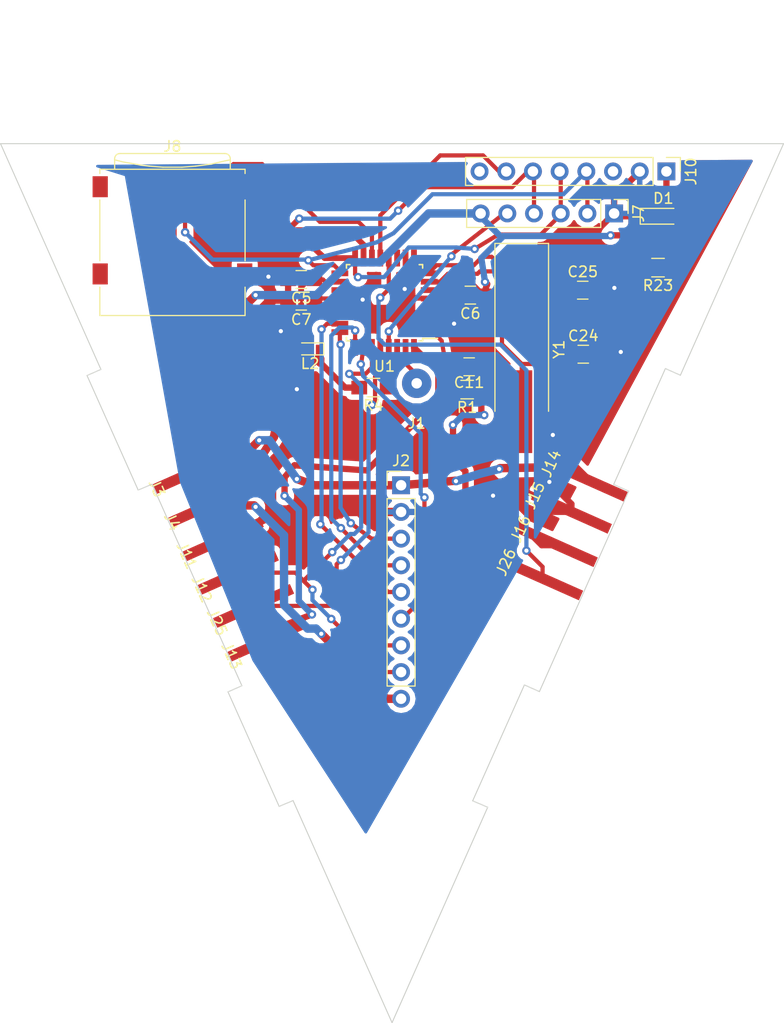
<source format=kicad_pcb>
(kicad_pcb (version 20171130) (host pcbnew "(6.0.0-rc1-dev-209-g91e3d21d6)")

  (general
    (thickness 1.6)
    (drawings 20)
    (tracks 398)
    (zones 0)
    (modules 28)
    (nets 38)
  )

  (page A4)
  (layers
    (0 F.Cu signal)
    (31 B.Cu signal)
    (32 B.Adhes user)
    (33 F.Adhes user)
    (34 B.Paste user)
    (35 F.Paste user)
    (36 B.SilkS user)
    (37 F.SilkS user)
    (38 B.Mask user)
    (39 F.Mask user)
    (40 Dwgs.User user)
    (41 Cmts.User user)
    (42 Eco1.User user)
    (43 Eco2.User user)
    (44 Edge.Cuts user)
    (45 Margin user)
    (46 B.CrtYd user)
    (47 F.CrtYd user)
    (48 B.Fab user)
    (49 F.Fab user)
  )

  (setup
    (last_trace_width 0.25)
    (user_trace_width 0.4)
    (user_trace_width 0.55)
    (user_trace_width 0.6)
    (user_trace_width 0.8)
    (user_trace_width 1)
    (trace_clearance 0.2)
    (zone_clearance 0.508)
    (zone_45_only no)
    (trace_min 0.2)
    (via_size 0.8)
    (via_drill 0.4)
    (via_min_size 0.4)
    (via_min_drill 0.3)
    (uvia_size 0.3)
    (uvia_drill 0.1)
    (uvias_allowed no)
    (uvia_min_size 0.2)
    (uvia_min_drill 0.1)
    (edge_width 0.2)
    (segment_width 0.2)
    (pcb_text_width 0.3)
    (pcb_text_size 1.5 1.5)
    (mod_edge_width 0.15)
    (mod_text_size 1 1)
    (mod_text_width 0.15)
    (pad_size 1.6 1.6)
    (pad_drill 0)
    (pad_to_mask_clearance 0.2)
    (aux_axis_origin 0 0)
    (visible_elements 7FFFF7FF)
    (pcbplotparams
      (layerselection 0x010c0_ffffffff)
      (usegerberextensions false)
      (usegerberattributes false)
      (usegerberadvancedattributes false)
      (creategerberjobfile false)
      (excludeedgelayer true)
      (linewidth 0.050000)
      (plotframeref false)
      (viasonmask false)
      (mode 1)
      (useauxorigin false)
      (hpglpennumber 1)
      (hpglpenspeed 20)
      (hpglpendiameter 15.000000)
      (psnegative false)
      (psa4output false)
      (plotreference true)
      (plotvalue true)
      (plotinvisibletext false)
      (padsonsilk false)
      (subtractmaskfromsilk false)
      (outputformat 1)
      (mirror false)
      (drillshape 0)
      (scaleselection 1)
      (outputdirectory ""))
  )

  (net 0 "")
  (net 1 GND)
  (net 2 "Net-(C5-Pad1)")
  (net 3 +3V3)
  (net 4 "Net-(C7-Pad1)")
  (net 5 +5V)
  (net 6 /PWM_LP_OUT)
  (net 7 "Net-(C24-Pad1)")
  (net 8 "Net-(C25-Pad1)")
  (net 9 "Net-(D1-Pad2)")
  (net 10 /TX)
  (net 11 /SDA)
  (net 12 /SCL)
  (net 13 /ADC_CO2)
  (net 14 /ADC_LIGHT)
  (net 15 /SPARE_ADC)
  (net 16 /ADC_MUSHROOM)
  (net 17 /SCK)
  (net 18 /MISO)
  (net 19 /MOSI)
  (net 20 "Net-(J7-Pad5)")
  (net 21 "Net-(J8-Pad1)")
  (net 22 /SS)
  (net 23 "Net-(J8-Pad8)")
  (net 24 "Net-(J8-Pad9)")
  (net 25 "Net-(J10-Pad3)")
  (net 26 /TEMP_CS)
  (net 27 "Net-(J10-Pad8)")
  (net 28 /MUSH_555)
  (net 29 /RF_EN)
  (net 30 /PWM_OUT)
  (net 31 "Net-(U1-Pad2)")
  (net 32 "Net-(U1-Pad9)")
  (net 33 "Net-(U1-Pad10)")
  (net 34 "Net-(U1-Pad11)")
  (net 35 "Net-(U1-Pad19)")
  (net 36 "Net-(U1-Pad22)")
  (net 37 "Net-(U1-Pad30)")

  (net_class Default "This is the default net class."
    (clearance 0.2)
    (trace_width 0.25)
    (via_dia 0.8)
    (via_drill 0.4)
    (uvia_dia 0.3)
    (uvia_drill 0.1)
    (add_net +3V3)
    (add_net +5V)
    (add_net /ADC_CO2)
    (add_net /ADC_LIGHT)
    (add_net /ADC_MUSHROOM)
    (add_net /MISO)
    (add_net /MOSI)
    (add_net /MUSH_555)
    (add_net /PWM_LP_OUT)
    (add_net /PWM_OUT)
    (add_net /RF_EN)
    (add_net /SCK)
    (add_net /SCL)
    (add_net /SDA)
    (add_net /SPARE_ADC)
    (add_net /SS)
    (add_net /TEMP_CS)
    (add_net /TX)
    (add_net GND)
    (add_net "Net-(C24-Pad1)")
    (add_net "Net-(C25-Pad1)")
    (add_net "Net-(C5-Pad1)")
    (add_net "Net-(C7-Pad1)")
    (add_net "Net-(D1-Pad2)")
    (add_net "Net-(J10-Pad3)")
    (add_net "Net-(J10-Pad8)")
    (add_net "Net-(J7-Pad5)")
    (add_net "Net-(J8-Pad1)")
    (add_net "Net-(J8-Pad8)")
    (add_net "Net-(J8-Pad9)")
    (add_net "Net-(U1-Pad10)")
    (add_net "Net-(U1-Pad11)")
    (add_net "Net-(U1-Pad19)")
    (add_net "Net-(U1-Pad2)")
    (add_net "Net-(U1-Pad22)")
    (add_net "Net-(U1-Pad30)")
    (add_net "Net-(U1-Pad9)")
  )

  (module Socket_Strips:Socket_Strip_Straight_1x08_Pitch2.54mm (layer F.Cu) (tedit 5B4E612C) (tstamp 5B4FC40C)
    (at 145.7071 72.009)
    (descr "Through hole straight socket strip, 1x08, 2.54mm pitch, single row")
    (tags "Through hole socket strip THT 1x08 2.54mm single row")
    (path /5B3FC557)
    (fp_text reference J2 (at 0 -2.33) (layer F.SilkS)
      (effects (font (size 1 1) (thickness 0.15)))
    )
    (fp_text value Conn_01x08 (at 0 20.11) (layer F.Fab)
      (effects (font (size 1 1) (thickness 0.15)))
    )
    (fp_text user %R (at 0 -2.33) (layer F.Fab)
      (effects (font (size 1 1) (thickness 0.15)))
    )
    (fp_line (start 1.8 -1.8) (end -1.8 -1.8) (layer F.CrtYd) (width 0.05))
    (fp_line (start 1.8 19.55) (end 1.8 -1.8) (layer F.CrtYd) (width 0.05))
    (fp_line (start -1.8 19.55) (end 1.8 19.55) (layer F.CrtYd) (width 0.05))
    (fp_line (start -1.8 -1.8) (end -1.8 19.55) (layer F.CrtYd) (width 0.05))
    (fp_line (start -1.33 -1.33) (end 0 -1.33) (layer F.SilkS) (width 0.12))
    (fp_line (start -1.33 0) (end -1.33 -1.33) (layer F.SilkS) (width 0.12))
    (fp_line (start 1.33 1.27) (end -1.33 1.27) (layer F.SilkS) (width 0.12))
    (fp_line (start 1.33 19.11) (end 1.33 1.27) (layer F.SilkS) (width 0.12))
    (fp_line (start -1.33 19.11) (end 1.33 19.11) (layer F.SilkS) (width 0.12))
    (fp_line (start -1.33 1.27) (end -1.33 19.11) (layer F.SilkS) (width 0.12))
    (fp_line (start 1.27 -1.27) (end -1.27 -1.27) (layer F.Fab) (width 0.1))
    (fp_line (start 1.27 19.05) (end 1.27 -1.27) (layer F.Fab) (width 0.1))
    (fp_line (start -1.27 19.05) (end 1.27 19.05) (layer F.Fab) (width 0.1))
    (fp_line (start -1.27 -1.27) (end -1.27 19.05) (layer F.Fab) (width 0.1))
    (pad 8 thru_hole oval (at 0 17.78) (size 1.7 1.7) (drill 1) (layers *.Cu *.Mask)
      (net 11 /SDA))
    (pad 7 thru_hole oval (at 0 15.24) (size 1.7 1.7) (drill 1) (layers *.Cu *.Mask)
      (net 12 /SCL))
    (pad 6 thru_hole oval (at 0 12.7) (size 1.7 1.7) (drill 1) (layers *.Cu *.Mask)
      (net 13 /ADC_CO2))
    (pad 5 thru_hole oval (at 0 10.16) (size 1.7 1.7) (drill 1) (layers *.Cu *.Mask)
      (net 14 /ADC_LIGHT))
    (pad 4 thru_hole oval (at 0 7.62) (size 1.7 1.7) (drill 1) (layers *.Cu *.Mask)
      (net 15 /SPARE_ADC))
    (pad 3 thru_hole oval (at 0 5.08) (size 1.7 1.7) (drill 1) (layers *.Cu *.Mask)
      (net 16 /ADC_MUSHROOM))
    (pad 2 thru_hole oval (at 0 2.54) (size 1.7 1.7) (drill 1) (layers *.Cu *.Mask)
      (net 1 GND))
    (pad 1 thru_hole rect (at 0 0) (size 1.7 1.7) (drill 1) (layers *.Cu *.Mask)
      (net 5 +5V))
    (pad 8 thru_hole oval (at 0 20.32) (size 1.7 1.7) (drill 1) (layers *.Cu *.Mask)
      (net 3 +3V3))
    (model ${KISYS3DMOD}/Socket_Strips.3dshapes/Socket_Strip_Straight_1x08_Pitch2.54mm.wrl
      (offset (xyz 0 -8.889999866485596 0))
      (scale (xyz 1 1 1))
      (rotate (xyz 0 0 270))
    )
  )

  (module Wire_Pads:SolderWirePad_single_SMD_5x10mm (layer F.Cu) (tedit 5B4CEB9C) (tstamp 5B4FC411)
    (at 125.9459 70.739 114)
    (descr "Wire Pad, Square, SMD Pad,  5mm x 10mm,")
    (tags "MesurementPoint Square SMDPad 5mmx10mm ")
    (path /5B3F67D9)
    (attr smd)
    (fp_text reference J3 (at 0 -3.81 114) (layer F.SilkS)
      (effects (font (size 1 1) (thickness 0.15)))
    )
    (fp_text value BREAKOUT (at 0 6.35 114) (layer F.Fab)
      (effects (font (size 1 1) (thickness 0.15)))
    )
    (fp_line (start -2.75 -5.25) (end -2.75 5.25) (layer F.CrtYd) (width 0.05))
    (fp_line (start -2.75 5.25) (end 2.75 5.25) (layer F.CrtYd) (width 0.05))
    (fp_line (start 2.75 5.25) (end 2.75 -5.25) (layer F.CrtYd) (width 0.05))
    (fp_line (start 2.75 -5.25) (end -2.75 -5.25) (layer F.CrtYd) (width 0.05))
    (pad 1 smd rect (at 0 0 114) (size 1 8) (layers F.Cu F.Mask)
      (net 5 +5V))
  )

  (module Wire_Pads:SolderWirePad_single_SMD_5x10mm (layer F.Cu) (tedit 5B4CEB80) (tstamp 5B4FC416)
    (at 127.4064 73.9267 114)
    (descr "Wire Pad, Square, SMD Pad,  5mm x 10mm,")
    (tags "MesurementPoint Square SMDPad 5mmx10mm ")
    (path /5B3F6815)
    (attr smd)
    (fp_text reference J4 (at 0 -3.81 114) (layer F.SilkS)
      (effects (font (size 1 1) (thickness 0.15)))
    )
    (fp_text value BREAKOUT (at 0 6.35 114) (layer F.Fab)
      (effects (font (size 1 1) (thickness 0.15)))
    )
    (fp_line (start -2.75 -5.25) (end -2.75 5.25) (layer F.CrtYd) (width 0.05))
    (fp_line (start -2.75 5.25) (end 2.75 5.25) (layer F.CrtYd) (width 0.05))
    (fp_line (start 2.75 5.25) (end 2.75 -5.25) (layer F.CrtYd) (width 0.05))
    (fp_line (start 2.75 -5.25) (end -2.75 -5.25) (layer F.CrtYd) (width 0.05))
    (pad 1 smd rect (at 0 0 114) (size 1 8) (layers F.Cu F.Mask)
      (net 3 +3V3))
  )

  (module Wire_Pads:SolderWirePad_single_SMD_5x10mm (layer F.Cu) (tedit 5B4CE7EA) (tstamp 5B4FC4BE)
    (at 160.5661 77.7113 66)
    (descr "Wire Pad, Square, SMD Pad,  5mm x 10mm,")
    (tags "MesurementPoint Square SMDPad 5mmx10mm ")
    (path /5B3F71E9)
    (attr smd)
    (fp_text reference J16 (at 0 -3.81 66) (layer F.SilkS)
      (effects (font (size 1 1) (thickness 0.15)))
    )
    (fp_text value BREAKOUT (at 0 6.35 66) (layer F.Fab)
      (effects (font (size 1 1) (thickness 0.15)))
    )
    (fp_line (start -2.75 -5.249999) (end -2.75 5.25) (layer F.CrtYd) (width 0.05))
    (fp_line (start -2.75 5.25) (end 2.75 5.249999) (layer F.CrtYd) (width 0.05))
    (fp_line (start 2.75 5.249999) (end 2.75 -5.25) (layer F.CrtYd) (width 0.05))
    (fp_line (start 2.75 -5.25) (end -2.75 -5.249999) (layer F.CrtYd) (width 0.05))
    (pad 1 smd rect (at 0 0 66) (size 1 8) (layers F.Cu F.Mask)
      (net 6 /PWM_LP_OUT))
  )

  (module Capacitors_SMD:C_0805_HandSoldering (layer F.Cu) (tedit 58AA84A8) (tstamp 5B4FC1E9)
    (at 136.2075 52.4256 180)
    (descr "Capacitor SMD 0805, hand soldering")
    (tags "capacitor 0805")
    (path /5AD4E366)
    (attr smd)
    (fp_text reference C5 (at 0 -1.75 180) (layer F.SilkS)
      (effects (font (size 1 1) (thickness 0.15)))
    )
    (fp_text value 100nF (at 0 1.75 180) (layer F.Fab)
      (effects (font (size 1 1) (thickness 0.15)))
    )
    (fp_line (start 2.25 0.87) (end -2.25 0.87) (layer F.CrtYd) (width 0.05))
    (fp_line (start 2.25 0.87) (end 2.25 -0.88) (layer F.CrtYd) (width 0.05))
    (fp_line (start -2.25 -0.88) (end -2.25 0.87) (layer F.CrtYd) (width 0.05))
    (fp_line (start -2.25 -0.88) (end 2.25 -0.88) (layer F.CrtYd) (width 0.05))
    (fp_line (start -0.5 0.85) (end 0.5 0.85) (layer F.SilkS) (width 0.12))
    (fp_line (start 0.5 -0.85) (end -0.5 -0.85) (layer F.SilkS) (width 0.12))
    (fp_line (start -1 -0.62) (end 1 -0.62) (layer F.Fab) (width 0.1))
    (fp_line (start 1 -0.62) (end 1 0.62) (layer F.Fab) (width 0.1))
    (fp_line (start 1 0.62) (end -1 0.62) (layer F.Fab) (width 0.1))
    (fp_line (start -1 0.62) (end -1 -0.62) (layer F.Fab) (width 0.1))
    (fp_text user %R (at 0 -1.75 180) (layer F.Fab)
      (effects (font (size 1 1) (thickness 0.15)))
    )
    (pad 2 smd rect (at 1.25 0 180) (size 1.5 1.25) (layers F.Cu F.Paste F.Mask)
      (net 1 GND))
    (pad 1 smd rect (at -1.25 0 180) (size 1.5 1.25) (layers F.Cu F.Paste F.Mask)
      (net 2 "Net-(C5-Pad1)"))
    (model Capacitors_SMD.3dshapes/C_0805.wrl
      (at (xyz 0 0 0))
      (scale (xyz 1 1 1))
      (rotate (xyz 0 0 0))
    )
  )

  (module Capacitors_SMD:C_0805_HandSoldering (layer F.Cu) (tedit 58AA84A8) (tstamp 5B4FC1FA)
    (at 152.2984 53.9115 180)
    (descr "Capacitor SMD 0805, hand soldering")
    (tags "capacitor 0805")
    (path /5AD4B2C9)
    (attr smd)
    (fp_text reference C6 (at 0 -1.75 180) (layer F.SilkS)
      (effects (font (size 1 1) (thickness 0.15)))
    )
    (fp_text value 100nF (at 0 1.75 180) (layer F.Fab)
      (effects (font (size 1 1) (thickness 0.15)))
    )
    (fp_line (start 2.25 0.87) (end -2.25 0.87) (layer F.CrtYd) (width 0.05))
    (fp_line (start 2.25 0.87) (end 2.25 -0.88) (layer F.CrtYd) (width 0.05))
    (fp_line (start -2.25 -0.88) (end -2.25 0.87) (layer F.CrtYd) (width 0.05))
    (fp_line (start -2.25 -0.88) (end 2.25 -0.88) (layer F.CrtYd) (width 0.05))
    (fp_line (start -0.5 0.85) (end 0.5 0.85) (layer F.SilkS) (width 0.12))
    (fp_line (start 0.5 -0.85) (end -0.5 -0.85) (layer F.SilkS) (width 0.12))
    (fp_line (start -1 -0.62) (end 1 -0.62) (layer F.Fab) (width 0.1))
    (fp_line (start 1 -0.62) (end 1 0.62) (layer F.Fab) (width 0.1))
    (fp_line (start 1 0.62) (end -1 0.62) (layer F.Fab) (width 0.1))
    (fp_line (start -1 0.62) (end -1 -0.62) (layer F.Fab) (width 0.1))
    (fp_text user %R (at 0 -1.75 180) (layer F.Fab)
      (effects (font (size 1 1) (thickness 0.15)))
    )
    (pad 2 smd rect (at 1.25 0 180) (size 1.5 1.25) (layers F.Cu F.Paste F.Mask)
      (net 1 GND))
    (pad 1 smd rect (at -1.25 0 180) (size 1.5 1.25) (layers F.Cu F.Paste F.Mask)
      (net 3 +3V3))
    (model Capacitors_SMD.3dshapes/C_0805.wrl
      (at (xyz 0 0 0))
      (scale (xyz 1 1 1))
      (rotate (xyz 0 0 0))
    )
  )

  (module Capacitors_SMD:C_0805_HandSoldering (layer F.Cu) (tedit 58AA84A8) (tstamp 5B4FC20B)
    (at 136.2075 54.483 180)
    (descr "Capacitor SMD 0805, hand soldering")
    (tags "capacitor 0805")
    (path /5AD4DE3B)
    (attr smd)
    (fp_text reference C7 (at 0 -1.75 180) (layer F.SilkS)
      (effects (font (size 1 1) (thickness 0.15)))
    )
    (fp_text value 100nF (at 0 1.75 180) (layer F.Fab)
      (effects (font (size 1 1) (thickness 0.15)))
    )
    (fp_text user %R (at 0 -1.75 180) (layer F.Fab)
      (effects (font (size 1 1) (thickness 0.15)))
    )
    (fp_line (start -1 0.62) (end -1 -0.62) (layer F.Fab) (width 0.1))
    (fp_line (start 1 0.62) (end -1 0.62) (layer F.Fab) (width 0.1))
    (fp_line (start 1 -0.62) (end 1 0.62) (layer F.Fab) (width 0.1))
    (fp_line (start -1 -0.62) (end 1 -0.62) (layer F.Fab) (width 0.1))
    (fp_line (start 0.5 -0.85) (end -0.5 -0.85) (layer F.SilkS) (width 0.12))
    (fp_line (start -0.5 0.85) (end 0.5 0.85) (layer F.SilkS) (width 0.12))
    (fp_line (start -2.25 -0.88) (end 2.25 -0.88) (layer F.CrtYd) (width 0.05))
    (fp_line (start -2.25 -0.88) (end -2.25 0.87) (layer F.CrtYd) (width 0.05))
    (fp_line (start 2.25 0.87) (end 2.25 -0.88) (layer F.CrtYd) (width 0.05))
    (fp_line (start 2.25 0.87) (end -2.25 0.87) (layer F.CrtYd) (width 0.05))
    (pad 1 smd rect (at -1.25 0 180) (size 1.5 1.25) (layers F.Cu F.Paste F.Mask)
      (net 4 "Net-(C7-Pad1)"))
    (pad 2 smd rect (at 1.25 0 180) (size 1.5 1.25) (layers F.Cu F.Paste F.Mask)
      (net 1 GND))
    (model Capacitors_SMD.3dshapes/C_0805.wrl
      (at (xyz 0 0 0))
      (scale (xyz 1 1 1))
      (rotate (xyz 0 0 0))
    )
  )

  (module Capacitors_SMD:C_0805 (layer F.Cu) (tedit 58AA8463) (tstamp 5B4FC255)
    (at 152.1841 60.7314 180)
    (descr "Capacitor SMD 0805, reflow soldering, AVX (see smccp.pdf)")
    (tags "capacitor 0805")
    (path /5B3D5103)
    (attr smd)
    (fp_text reference C11 (at 0 -1.5 180) (layer F.SilkS)
      (effects (font (size 1 1) (thickness 0.15)))
    )
    (fp_text value 100nF (at 0 1.75 180) (layer F.Fab)
      (effects (font (size 1 1) (thickness 0.15)))
    )
    (fp_text user %R (at 0.0254 -0.1905 180) (layer F.Fab)
      (effects (font (size 1 1) (thickness 0.15)))
    )
    (fp_line (start -1 0.62) (end -1 -0.62) (layer F.Fab) (width 0.1))
    (fp_line (start 1 0.62) (end -1 0.62) (layer F.Fab) (width 0.1))
    (fp_line (start 1 -0.62) (end 1 0.62) (layer F.Fab) (width 0.1))
    (fp_line (start -1 -0.62) (end 1 -0.62) (layer F.Fab) (width 0.1))
    (fp_line (start 0.5 -0.85) (end -0.5 -0.85) (layer F.SilkS) (width 0.12))
    (fp_line (start -0.5 0.85) (end 0.5 0.85) (layer F.SilkS) (width 0.12))
    (fp_line (start -1.75 -0.88) (end 1.75 -0.88) (layer F.CrtYd) (width 0.05))
    (fp_line (start -1.75 -0.88) (end -1.75 0.87) (layer F.CrtYd) (width 0.05))
    (fp_line (start 1.75 0.87) (end 1.75 -0.88) (layer F.CrtYd) (width 0.05))
    (fp_line (start 1.75 0.87) (end -1.75 0.87) (layer F.CrtYd) (width 0.05))
    (pad 1 smd rect (at -1 0 180) (size 1 1.25) (layers F.Cu F.Paste F.Mask)
      (net 6 /PWM_LP_OUT))
    (pad 2 smd rect (at 1 0 180) (size 1 1.25) (layers F.Cu F.Paste F.Mask)
      (net 1 GND))
    (model Capacitors_SMD.3dshapes/C_0805.wrl
      (at (xyz 0 0 0))
      (scale (xyz 1 1 1))
      (rotate (xyz 0 0 0))
    )
  )

  (module Capacitors_SMD:C_0805_HandSoldering (layer F.Cu) (tedit 5B4D1A86) (tstamp 5B4FC324)
    (at 163.0426 59.5376)
    (descr "Capacitor SMD 0805, hand soldering")
    (tags "capacitor 0805")
    (path /5B416855)
    (attr smd)
    (fp_text reference C24 (at 0 -1.75) (layer F.SilkS)
      (effects (font (size 1 1) (thickness 0.15)))
    )
    (fp_text value 22pF (at 0 1.75) (layer F.Fab)
      (effects (font (size 1 1) (thickness 0.15)))
    )
    (fp_text user %R (at 0 -1.75) (layer F.Fab)
      (effects (font (size 1 1) (thickness 0.15)))
    )
    (fp_line (start -1 0.62) (end -1 -0.62) (layer F.Fab) (width 0.1))
    (fp_line (start 1 0.62) (end -1 0.62) (layer F.Fab) (width 0.1))
    (fp_line (start 1 -0.62) (end 1 0.62) (layer F.Fab) (width 0.1))
    (fp_line (start -1 -0.62) (end 1 -0.62) (layer F.Fab) (width 0.1))
    (fp_line (start 0.5 -0.85) (end -0.5 -0.85) (layer F.SilkS) (width 0.12))
    (fp_line (start -0.5 0.85) (end 0.5 0.85) (layer F.SilkS) (width 0.12))
    (fp_line (start -2.25 -0.88) (end 2.25 -0.88) (layer F.CrtYd) (width 0.05))
    (fp_line (start -2.25 -0.88) (end -2.25 0.87) (layer F.CrtYd) (width 0.05))
    (fp_line (start 2.25 0.87) (end 2.25 -0.88) (layer F.CrtYd) (width 0.05))
    (fp_line (start 2.25 0.87) (end -2.25 0.87) (layer F.CrtYd) (width 0.05))
    (pad 1 smd rect (at -1.25 0) (size 1.5 1.25) (layers F.Cu F.Paste F.Mask)
      (net 7 "Net-(C24-Pad1)"))
    (pad 2 smd rect (at 1.25 0) (size 1.5 1.25) (layers F.Cu F.Paste F.Mask)
      (net 1 GND))
    (model Capacitors_SMD.3dshapes/C_0805.wrl
      (at (xyz 0 0 0))
      (scale (xyz 1 1 1))
      (rotate (xyz 0 0 0))
    )
  )

  (module Capacitors_SMD:C_0805_HandSoldering (layer F.Cu) (tedit 5B4D1A91) (tstamp 5B4FC335)
    (at 162.9918 53.4416)
    (descr "Capacitor SMD 0805, hand soldering")
    (tags "capacitor 0805")
    (path /5B416AAE)
    (attr smd)
    (fp_text reference C25 (at 0 -1.75) (layer F.SilkS)
      (effects (font (size 1 1) (thickness 0.15)))
    )
    (fp_text value 22pF (at 0 1.75) (layer F.Fab)
      (effects (font (size 1 1) (thickness 0.15)))
    )
    (fp_line (start 2.25 0.87) (end -2.25 0.87) (layer F.CrtYd) (width 0.05))
    (fp_line (start 2.25 0.87) (end 2.25 -0.88) (layer F.CrtYd) (width 0.05))
    (fp_line (start -2.25 -0.88) (end -2.25 0.87) (layer F.CrtYd) (width 0.05))
    (fp_line (start -2.25 -0.88) (end 2.25 -0.88) (layer F.CrtYd) (width 0.05))
    (fp_line (start -0.5 0.85) (end 0.5 0.85) (layer F.SilkS) (width 0.12))
    (fp_line (start 0.5 -0.85) (end -0.5 -0.85) (layer F.SilkS) (width 0.12))
    (fp_line (start -1 -0.62) (end 1 -0.62) (layer F.Fab) (width 0.1))
    (fp_line (start 1 -0.62) (end 1 0.62) (layer F.Fab) (width 0.1))
    (fp_line (start 1 0.62) (end -1 0.62) (layer F.Fab) (width 0.1))
    (fp_line (start -1 0.62) (end -1 -0.62) (layer F.Fab) (width 0.1))
    (fp_text user %R (at 0 -1.75) (layer F.Fab)
      (effects (font (size 1 1) (thickness 0.15)))
    )
    (pad 2 smd rect (at 1.25 0) (size 1.5 1.25) (layers F.Cu F.Paste F.Mask)
      (net 1 GND))
    (pad 1 smd rect (at -1.25 0) (size 1.5 1.25) (layers F.Cu F.Paste F.Mask)
      (net 8 "Net-(C25-Pad1)"))
    (model Capacitors_SMD.3dshapes/C_0805.wrl
      (at (xyz 0 0 0))
      (scale (xyz 1 1 1))
      (rotate (xyz 0 0 0))
    )
  )

  (module LEDs:LED_0805_HandSoldering (layer F.Cu) (tedit 595FCA25) (tstamp 5B4FC3EC)
    (at 170.6626 46.4058)
    (descr "Resistor SMD 0805, hand soldering")
    (tags "resistor 0805")
    (path /5B41BA82)
    (attr smd)
    (fp_text reference D1 (at 0 -1.7) (layer F.SilkS)
      (effects (font (size 1 1) (thickness 0.15)))
    )
    (fp_text value LED_Small (at 0 1.75) (layer F.Fab)
      (effects (font (size 1 1) (thickness 0.15)))
    )
    (fp_line (start -0.4 -0.4) (end -0.4 0.4) (layer F.Fab) (width 0.1))
    (fp_line (start -0.4 0) (end 0.2 -0.4) (layer F.Fab) (width 0.1))
    (fp_line (start 0.2 0.4) (end -0.4 0) (layer F.Fab) (width 0.1))
    (fp_line (start 0.2 -0.4) (end 0.2 0.4) (layer F.Fab) (width 0.1))
    (fp_line (start -1 0.62) (end -1 -0.62) (layer F.Fab) (width 0.1))
    (fp_line (start 1 0.62) (end -1 0.62) (layer F.Fab) (width 0.1))
    (fp_line (start 1 -0.62) (end 1 0.62) (layer F.Fab) (width 0.1))
    (fp_line (start -1 -0.62) (end 1 -0.62) (layer F.Fab) (width 0.1))
    (fp_line (start 1 0.75) (end -2.2 0.75) (layer F.SilkS) (width 0.12))
    (fp_line (start -2.2 -0.75) (end 1 -0.75) (layer F.SilkS) (width 0.12))
    (fp_line (start -2.35 -0.9) (end 2.35 -0.9) (layer F.CrtYd) (width 0.05))
    (fp_line (start -2.35 -0.9) (end -2.35 0.9) (layer F.CrtYd) (width 0.05))
    (fp_line (start 2.35 0.9) (end 2.35 -0.9) (layer F.CrtYd) (width 0.05))
    (fp_line (start 2.35 0.9) (end -2.35 0.9) (layer F.CrtYd) (width 0.05))
    (fp_line (start -2.2 -0.75) (end -2.2 0.75) (layer F.SilkS) (width 0.12))
    (pad 1 smd rect (at -1.35 0) (size 1.5 1.3) (layers F.Cu F.Paste F.Mask)
      (net 1 GND))
    (pad 2 smd rect (at 1.35 0) (size 1.5 1.3) (layers F.Cu F.Paste F.Mask)
      (net 9 "Net-(D1-Pad2)"))
    (model ${KISYS3DMOD}/LEDs.3dshapes/LED_0805.wrl
      (at (xyz 0 0 0))
      (scale (xyz 1 1 1))
      (rotate (xyz 0 0 0))
    )
  )

  (module Wire_Pads:SolderWirePad_single_1mmDrill (layer F.Cu) (tedit 5B71F02A) (tstamp 5B4FC3F1)
    (at 147.193 62.3062 180)
    (path /5B3FAF9E)
    (fp_text reference J1 (at 0 -3.81 180) (layer F.SilkS)
      (effects (font (size 1 1) (thickness 0.15)))
    )
    (fp_text value BREAKOUT (at 1.5113 -4.0513 180) (layer F.Fab)
      (effects (font (size 1 1) (thickness 0.15)))
    )
    (pad 1 thru_hole circle (at 0 0 180) (size 2.8 2.8) (drill 1.00076) (layers *.Cu *.Mask)
      (net 10 /TX))
  )

  (module Socket_Strips:Socket_Strip_Straight_1x06_Pitch2.54mm (layer F.Cu) (tedit 58CD5446) (tstamp 5B4FC439)
    (at 165.9763 46.1391 270)
    (descr "Through hole straight socket strip, 1x06, 2.54mm pitch, single row")
    (tags "Through hole socket strip THT 1x06 2.54mm single row")
    (path /5AD53223)
    (fp_text reference J7 (at 0 -2.33 270) (layer F.SilkS)
      (effects (font (size 1 1) (thickness 0.15)))
    )
    (fp_text value CONN_01X06 (at 0 15.03 270) (layer F.Fab)
      (effects (font (size 1 1) (thickness 0.15)))
    )
    (fp_line (start -1.27 -1.27) (end -1.27 13.97) (layer F.Fab) (width 0.1))
    (fp_line (start -1.27 13.97) (end 1.27 13.97) (layer F.Fab) (width 0.1))
    (fp_line (start 1.27 13.97) (end 1.27 -1.27) (layer F.Fab) (width 0.1))
    (fp_line (start 1.27 -1.27) (end -1.27 -1.27) (layer F.Fab) (width 0.1))
    (fp_line (start -1.33 1.27) (end -1.33 14.03) (layer F.SilkS) (width 0.12))
    (fp_line (start -1.33 14.03) (end 1.33 14.03) (layer F.SilkS) (width 0.12))
    (fp_line (start 1.33 14.03) (end 1.33 1.27) (layer F.SilkS) (width 0.12))
    (fp_line (start 1.33 1.27) (end -1.33 1.27) (layer F.SilkS) (width 0.12))
    (fp_line (start -1.33 0) (end -1.33 -1.33) (layer F.SilkS) (width 0.12))
    (fp_line (start -1.33 -1.33) (end 0 -1.33) (layer F.SilkS) (width 0.12))
    (fp_line (start -1.8 -1.8) (end -1.8 14.5) (layer F.CrtYd) (width 0.05))
    (fp_line (start -1.8 14.5) (end 1.8 14.5) (layer F.CrtYd) (width 0.05))
    (fp_line (start 1.8 14.5) (end 1.8 -1.8) (layer F.CrtYd) (width 0.05))
    (fp_line (start 1.8 -1.8) (end -1.8 -1.8) (layer F.CrtYd) (width 0.05))
    (fp_text user %R (at 0 -2.33 270) (layer F.Fab)
      (effects (font (size 1 1) (thickness 0.15)))
    )
    (pad 1 thru_hole rect (at 0 0 270) (size 1.7 1.7) (drill 1) (layers *.Cu *.Mask)
      (net 1 GND))
    (pad 2 thru_hole oval (at 0 2.54 270) (size 1.7 1.7) (drill 1) (layers *.Cu *.Mask)
      (net 17 /SCK))
    (pad 3 thru_hole oval (at 0 5.08 270) (size 1.7 1.7) (drill 1) (layers *.Cu *.Mask)
      (net 18 /MISO))
    (pad 4 thru_hole oval (at 0 7.62 270) (size 1.7 1.7) (drill 1) (layers *.Cu *.Mask)
      (net 19 /MOSI))
    (pad 5 thru_hole oval (at 0 10.16 270) (size 1.7 1.7) (drill 1) (layers *.Cu *.Mask)
      (net 20 "Net-(J7-Pad5)"))
    (pad 6 thru_hole oval (at 0 12.7 270) (size 1.7 1.7) (drill 1) (layers *.Cu *.Mask)
      (net 3 +3V3))
    (model ${KISYS3DMOD}/Socket_Strips.3dshapes/Socket_Strip_Straight_1x06_Pitch2.54mm.wrl
      (offset (xyz 0 -6.349999904632568 0))
      (scale (xyz 1 1 1))
      (rotate (xyz 0 0 270))
    )
  )

  (module Connectors:microSD_Card_Receptacle_Wurth_693072010801 (layer F.Cu) (tedit 597745A9) (tstamp 5B4FC468)
    (at 123.952 48.895)
    (descr http://katalog.we-online.de/em/datasheet/693072010801.pdf)
    (tags "Micro SD Wurth ")
    (path /5AD4B106)
    (attr smd)
    (fp_text reference J8 (at 0 -9.14) (layer F.SilkS)
      (effects (font (size 1 1) (thickness 0.15)))
    )
    (fp_text value Micro_SD_Card (at 0 8.07) (layer F.Fab)
      (effects (font (size 1 1) (thickness 0.15)))
    )
    (fp_line (start -8.08 -7.35) (end -8.08 7.35) (layer F.CrtYd) (width 0.05))
    (fp_line (start 8.08 7.35) (end -8.08 7.35) (layer F.CrtYd) (width 0.05))
    (fp_line (start 8.08 -7.35) (end -8.08 -7.35) (layer F.CrtYd) (width 0.05))
    (fp_line (start 8.08 -7.35) (end 8.08 7.35) (layer F.CrtYd) (width 0.05))
    (fp_line (start -6.91 -6.96) (end -6.91 -6.56) (layer F.SilkS) (width 0.12))
    (fp_line (start -6.91 -4.04) (end -6.91 1.74) (layer F.SilkS) (width 0.12))
    (fp_line (start -6.91 4.26) (end -6.91 6.96) (layer F.SilkS) (width 0.12))
    (fp_line (start 6.91 -4.04) (end 6.91 1.74) (layer F.SilkS) (width 0.12))
    (fp_line (start 6.91 -6.96) (end 6.91 -6.56) (layer F.SilkS) (width 0.12))
    (fp_arc (start -5 -7.96) (end -5.5 -7.96) (angle 90) (layer F.SilkS) (width 0.12))
    (fp_line (start 6.91 4.26) (end 6.91 6.96) (layer F.SilkS) (width 0.12))
    (fp_line (start 6.91 6.96) (end -6.91 6.96) (layer F.SilkS) (width 0.12))
    (fp_line (start -6.91 -6.96) (end 6.91 -6.96) (layer F.SilkS) (width 0.12))
    (fp_line (start 5.5 -6.96) (end 5.5 -7.96) (layer F.SilkS) (width 0.12))
    (fp_line (start -5.5 -6.96) (end -5.5 -7.96) (layer F.SilkS) (width 0.12))
    (fp_arc (start 5 -7.96) (end 5 -8.46) (angle 90) (layer F.SilkS) (width 0.12))
    (fp_line (start -5 -8.46) (end 5 -8.46) (layer F.SilkS) (width 0.12))
    (fp_line (start -5.5 -7.86) (end -4.7 -7.66) (layer F.SilkS) (width 0.12))
    (fp_line (start -4.7 -7.66) (end -3 -7.36) (layer F.SilkS) (width 0.12))
    (fp_line (start -3 -7.36) (end -2.2 -7.26) (layer F.SilkS) (width 0.12))
    (fp_line (start -2.2 -7.26) (end -0.9 -7.16) (layer F.SilkS) (width 0.12))
    (fp_line (start -0.9 -7.16) (end 0.9 -7.16) (layer F.SilkS) (width 0.12))
    (fp_line (start 0.9 -7.16) (end 2.2 -7.26) (layer F.SilkS) (width 0.12))
    (fp_line (start 2.2 -7.26) (end 3.7 -7.46) (layer F.SilkS) (width 0.12))
    (fp_line (start 3.7 -7.46) (end 5 -7.76) (layer F.SilkS) (width 0.12))
    (fp_line (start 5 -7.76) (end 5.5 -7.86) (layer F.SilkS) (width 0.12))
    (fp_line (start 6.8 6.85) (end 6.8 -6.85) (layer F.Fab) (width 0.1))
    (fp_line (start 6.8 -6.85) (end -6.8 -6.85) (layer F.Fab) (width 0.1))
    (fp_line (start -6.8 -6.85) (end -6.8 6.85) (layer F.Fab) (width 0.1))
    (fp_line (start -6.8 6.85) (end 6.8 6.85) (layer F.Fab) (width 0.1))
    (fp_text user %R (at 0 0) (layer F.Fab)
      (effects (font (size 1 1) (thickness 0.15)))
    )
    (pad 1 smd rect (at -3.2 -2.7) (size 0.8 1.5) (layers F.Cu F.Paste F.Mask)
      (net 21 "Net-(J8-Pad1)"))
    (pad 2 smd rect (at -2.1 -2.7) (size 0.8 1.5) (layers F.Cu F.Paste F.Mask)
      (net 22 /SS))
    (pad 3 smd rect (at -1 -2.7) (size 0.8 1.5) (layers F.Cu F.Paste F.Mask)
      (net 19 /MOSI))
    (pad 4 smd rect (at 0.1 -2.7) (size 0.8 1.5) (layers F.Cu F.Paste F.Mask)
      (net 3 +3V3))
    (pad 5 smd rect (at 1.2 -2.7) (size 0.8 1.5) (layers F.Cu F.Paste F.Mask)
      (net 17 /SCK))
    (pad 6 smd rect (at 2.3 -2.7) (size 0.8 1.5) (layers F.Cu F.Paste F.Mask)
      (net 1 GND))
    (pad 7 smd rect (at 3.4 -2.7) (size 0.8 1.5) (layers F.Cu F.Paste F.Mask)
      (net 18 /MISO))
    (pad 8 smd rect (at 4.5 -2.7) (size 0.8 1.5) (layers F.Cu F.Paste F.Mask)
      (net 23 "Net-(J8-Pad8)"))
    (pad 9 smd rect (at 6.875 3) (size 1.45 2) (layers F.Cu F.Paste F.Mask)
      (net 24 "Net-(J8-Pad9)"))
    (pad 9 smd rect (at -6.875 3) (size 1.45 2) (layers F.Cu F.Paste F.Mask)
      (net 24 "Net-(J8-Pad9)"))
    (pad 9 smd rect (at -6.875 -5.3) (size 1.45 2) (layers F.Cu F.Paste F.Mask)
      (net 24 "Net-(J8-Pad9)"))
    (pad 9 smd rect (at 6.875 -5.3) (size 1.45 2) (layers F.Cu F.Paste F.Mask)
      (net 24 "Net-(J8-Pad9)"))
    (model ${KISYS3DMOD}/Connectors.3dshapes/microSD_Card_Receptacle_Wurth_693072010801.wrl
      (at (xyz 0 0 0))
      (scale (xyz 1 1 1))
      (rotate (xyz 0 0 0))
    )
  )

  (module Socket_Strips:Socket_Strip_Straight_1x08_Pitch2.54mm (layer F.Cu) (tedit 58CD5446) (tstamp 5B4FC488)
    (at 170.9547 42.1386 270)
    (descr "Through hole straight socket strip, 1x08, 2.54mm pitch, single row")
    (tags "Through hole socket strip THT 1x08 2.54mm single row")
    (path /5B453A8F)
    (fp_text reference J10 (at 0 -2.33 270) (layer F.SilkS)
      (effects (font (size 1 1) (thickness 0.15)))
    )
    (fp_text value Conn_01x08 (at 0 20.11 270) (layer F.Fab)
      (effects (font (size 1 1) (thickness 0.15)))
    )
    (fp_line (start -1.27 -1.27) (end -1.27 19.05) (layer F.Fab) (width 0.1))
    (fp_line (start -1.27 19.05) (end 1.27 19.05) (layer F.Fab) (width 0.1))
    (fp_line (start 1.27 19.05) (end 1.27 -1.27) (layer F.Fab) (width 0.1))
    (fp_line (start 1.27 -1.27) (end -1.27 -1.27) (layer F.Fab) (width 0.1))
    (fp_line (start -1.33 1.27) (end -1.33 19.11) (layer F.SilkS) (width 0.12))
    (fp_line (start -1.33 19.11) (end 1.33 19.11) (layer F.SilkS) (width 0.12))
    (fp_line (start 1.33 19.11) (end 1.33 1.27) (layer F.SilkS) (width 0.12))
    (fp_line (start 1.33 1.27) (end -1.33 1.27) (layer F.SilkS) (width 0.12))
    (fp_line (start -1.33 0) (end -1.33 -1.33) (layer F.SilkS) (width 0.12))
    (fp_line (start -1.33 -1.33) (end 0 -1.33) (layer F.SilkS) (width 0.12))
    (fp_line (start -1.8 -1.8) (end -1.8 19.55) (layer F.CrtYd) (width 0.05))
    (fp_line (start -1.8 19.55) (end 1.8 19.55) (layer F.CrtYd) (width 0.05))
    (fp_line (start 1.8 19.55) (end 1.8 -1.8) (layer F.CrtYd) (width 0.05))
    (fp_line (start 1.8 -1.8) (end -1.8 -1.8) (layer F.CrtYd) (width 0.05))
    (fp_text user %R (at 0 -2.33 270) (layer F.Fab)
      (effects (font (size 1 1) (thickness 0.15)))
    )
    (pad 1 thru_hole rect (at 0 0 270) (size 1.7 1.7) (drill 1) (layers *.Cu *.Mask)
      (net 3 +3V3))
    (pad 2 thru_hole oval (at 0 2.54 270) (size 1.7 1.7) (drill 1) (layers *.Cu *.Mask)
      (net 1 GND))
    (pad 3 thru_hole oval (at 0 5.08 270) (size 1.7 1.7) (drill 1) (layers *.Cu *.Mask)
      (net 25 "Net-(J10-Pad3)"))
    (pad 4 thru_hole oval (at 0 7.62 270) (size 1.7 1.7) (drill 1) (layers *.Cu *.Mask)
      (net 17 /SCK))
    (pad 5 thru_hole oval (at 0 10.16 270) (size 1.7 1.7) (drill 1) (layers *.Cu *.Mask)
      (net 18 /MISO))
    (pad 6 thru_hole oval (at 0 12.7 270) (size 1.7 1.7) (drill 1) (layers *.Cu *.Mask)
      (net 19 /MOSI))
    (pad 7 thru_hole oval (at 0 15.24 270) (size 1.7 1.7) (drill 1) (layers *.Cu *.Mask)
      (net 26 /TEMP_CS))
    (pad 8 thru_hole oval (at 0 17.78 270) (size 1.7 1.7) (drill 1) (layers *.Cu *.Mask)
      (net 27 "Net-(J10-Pad8)"))
    (model ${KISYS3DMOD}/Socket_Strips.3dshapes/Socket_Strip_Straight_1x08_Pitch2.54mm.wrl
      (offset (xyz 0 -8.889999866485596 0))
      (scale (xyz 1 1 1))
      (rotate (xyz 0 0 270))
    )
  )

  (module Wire_Pads:SolderWirePad_single_SMD_5x10mm (layer F.Cu) (tedit 5640A485) (tstamp 5B4FC491)
    (at 128.7907 77.1398 114)
    (descr "Wire Pad, Square, SMD Pad,  5mm x 10mm,")
    (tags "MesurementPoint Square SMDPad 5mmx10mm ")
    (path /5B3F6574)
    (attr smd)
    (fp_text reference J11 (at 0 -3.81 114) (layer F.SilkS)
      (effects (font (size 1 1) (thickness 0.15)))
    )
    (fp_text value BREAKOUT (at 0 6.35 114) (layer F.Fab)
      (effects (font (size 1 1) (thickness 0.15)))
    )
    (fp_line (start -2.75 -5.25) (end -2.75 5.25) (layer F.CrtYd) (width 0.05))
    (fp_line (start -2.75 5.25) (end 2.75 5.25) (layer F.CrtYd) (width 0.05))
    (fp_line (start 2.75 5.25) (end 2.75 -5.25) (layer F.CrtYd) (width 0.05))
    (fp_line (start 2.75 -5.25) (end -2.75 -5.25) (layer F.CrtYd) (width 0.05))
    (pad 1 smd rect (at 0 0 114) (size 1 8) (layers F.Cu F.Mask)
      (net 1 GND))
  )

  (module Wire_Pads:SolderWirePad_single_SMD_5x10mm (layer F.Cu) (tedit 5640A485) (tstamp 5B4FC49A)
    (at 130.2258 80.3275 114)
    (descr "Wire Pad, Square, SMD Pad,  5mm x 10mm,")
    (tags "MesurementPoint Square SMDPad 5mmx10mm ")
    (path /5B3F684B)
    (attr smd)
    (fp_text reference J12 (at 0 -3.81 114) (layer F.SilkS)
      (effects (font (size 1 1) (thickness 0.15)))
    )
    (fp_text value BREAKOUT (at 0 6.35 114) (layer F.Fab)
      (effects (font (size 1 1) (thickness 0.15)))
    )
    (fp_line (start -2.75 -5.25) (end -2.75 5.25) (layer F.CrtYd) (width 0.05))
    (fp_line (start -2.75 5.25) (end 2.75 5.25) (layer F.CrtYd) (width 0.05))
    (fp_line (start 2.75 5.25) (end 2.75 -5.25) (layer F.CrtYd) (width 0.05))
    (fp_line (start 2.75 -5.25) (end -2.75 -5.25) (layer F.CrtYd) (width 0.05))
    (pad 1 smd rect (at 0 0 114) (size 1 8) (layers F.Cu F.Mask)
      (net 11 /SDA))
  )

  (module Wire_Pads:SolderWirePad_single_SMD_5x10mm (layer F.Cu) (tedit 5B4CF989) (tstamp 5B4FC4A3)
    (at 133.0579 86.6902 114)
    (descr "Wire Pad, Square, SMD Pad,  5mm x 10mm,")
    (tags "MesurementPoint Square SMDPad 5mmx10mm ")
    (path /5B3FB995)
    (attr smd)
    (fp_text reference J13 (at 0 -3.81 114) (layer F.SilkS)
      (effects (font (size 1 1) (thickness 0.15)))
    )
    (fp_text value BREAKOUT (at 0 6.35 114) (layer F.Fab)
      (effects (font (size 1 1) (thickness 0.15)))
    )
    (fp_line (start 2.75 -5.25) (end -2.75 -5.25) (layer F.CrtYd) (width 0.05))
    (fp_line (start 2.75 5.25) (end 2.75 -5.25) (layer F.CrtYd) (width 0.05))
    (fp_line (start -2.75 5.25) (end 2.75 5.25) (layer F.CrtYd) (width 0.05))
    (fp_line (start -2.75 -5.25) (end -2.75 5.25) (layer F.CrtYd) (width 0.05))
    (pad 1 smd rect (at 0 0 114) (size 1 8) (layers F.Cu F.Mask)
      (net 28 /MUSH_555))
  )

  (module Wire_Pads:SolderWirePad_single_SMD_5x10mm (layer F.Cu) (tedit 5640A485) (tstamp 5B4FC4AC)
    (at 163.449 71.4883 66)
    (descr "Wire Pad, Square, SMD Pad,  5mm x 10mm,")
    (tags "MesurementPoint Square SMDPad 5mmx10mm ")
    (path /5B3F7117)
    (attr smd)
    (fp_text reference J14 (at 0 -3.81 66) (layer F.SilkS)
      (effects (font (size 1 1) (thickness 0.15)))
    )
    (fp_text value BREAKOUT (at 0 6.35 66) (layer F.Fab)
      (effects (font (size 1 1) (thickness 0.15)))
    )
    (fp_line (start -2.75 -5.25) (end -2.75 5.25) (layer F.CrtYd) (width 0.05))
    (fp_line (start -2.75 5.25) (end 2.75 5.25) (layer F.CrtYd) (width 0.05))
    (fp_line (start 2.75 5.25) (end 2.75 -5.25) (layer F.CrtYd) (width 0.05))
    (fp_line (start 2.75 -5.25) (end -2.75 -5.25) (layer F.CrtYd) (width 0.05))
    (pad 1 smd rect (at 0 0 66) (size 1 8) (layers F.Cu F.Mask)
      (net 5 +5V))
  )

  (module Wire_Pads:SolderWirePad_single_SMD_5x10mm (layer F.Cu) (tedit 5640A485) (tstamp 5B4FC4B5)
    (at 161.9123 74.5363 66)
    (descr "Wire Pad, Square, SMD Pad,  5mm x 10mm,")
    (tags "MesurementPoint Square SMDPad 5mmx10mm ")
    (path /5B3F71A7)
    (attr smd)
    (fp_text reference J15 (at 0 -3.81 66) (layer F.SilkS)
      (effects (font (size 1 1) (thickness 0.15)))
    )
    (fp_text value BREAKOUT (at 0 6.35 66) (layer F.Fab)
      (effects (font (size 1 1) (thickness 0.15)))
    )
    (fp_line (start 2.75 -5.25) (end -2.75 -5.25) (layer F.CrtYd) (width 0.05))
    (fp_line (start 2.75 5.25) (end 2.75 -5.25) (layer F.CrtYd) (width 0.05))
    (fp_line (start -2.75 5.25) (end 2.75 5.25) (layer F.CrtYd) (width 0.05))
    (fp_line (start -2.75 -5.25) (end -2.75 5.25) (layer F.CrtYd) (width 0.05))
    (pad 1 smd rect (at 0 0 66) (size 1 8) (layers F.Cu F.Mask)
      (net 1 GND))
  )

  (module Wire_Pads:SolderWirePad_single_SMD_5x10mm (layer F.Cu) (tedit 5640A485) (tstamp 5B4FC50F)
    (at 131.6736 83.4898 114)
    (descr "Wire Pad, Square, SMD Pad,  5mm x 10mm,")
    (tags "MesurementPoint Square SMDPad 5mmx10mm ")
    (path /5B4184BA)
    (attr smd)
    (fp_text reference J25 (at 0 -3.81 114) (layer F.SilkS)
      (effects (font (size 1 1) (thickness 0.15)))
    )
    (fp_text value BREAKOUT (at 0 6.35 114) (layer F.Fab)
      (effects (font (size 1 1) (thickness 0.15)))
    )
    (fp_line (start -2.75 -5.25) (end -2.75 5.25) (layer F.CrtYd) (width 0.05))
    (fp_line (start -2.75 5.25) (end 2.75 5.25) (layer F.CrtYd) (width 0.05))
    (fp_line (start 2.75 5.25) (end 2.75 -5.25) (layer F.CrtYd) (width 0.05))
    (fp_line (start 2.75 -5.25) (end -2.75 -5.25) (layer F.CrtYd) (width 0.05))
    (pad 1 smd rect (at 0 0 114) (size 1 8) (layers F.Cu F.Mask)
      (net 12 /SCL))
  )

  (module Wire_Pads:SolderWirePad_single_SMD_5x10mm (layer F.Cu) (tedit 5640A485) (tstamp 5B4FC518)
    (at 159.1691 80.8736 66)
    (descr "Wire Pad, Square, SMD Pad,  5mm x 10mm,")
    (tags "MesurementPoint Square SMDPad 5mmx10mm ")
    (path /5B412E75)
    (attr smd)
    (fp_text reference J26 (at 0 -3.81 66) (layer F.SilkS)
      (effects (font (size 1 1) (thickness 0.15)))
    )
    (fp_text value BREAKOUT (at 0 6.35 66) (layer F.Fab)
      (effects (font (size 1 1) (thickness 0.15)))
    )
    (fp_line (start 2.75 -5.25) (end -2.75 -5.249999) (layer F.CrtYd) (width 0.05))
    (fp_line (start 2.75 5.249999) (end 2.75 -5.25) (layer F.CrtYd) (width 0.05))
    (fp_line (start -2.75 5.25) (end 2.75 5.249999) (layer F.CrtYd) (width 0.05))
    (fp_line (start -2.75 -5.249999) (end -2.75 5.25) (layer F.CrtYd) (width 0.05))
    (pad 1 smd rect (at 0 0 66) (size 1 8) (layers F.Cu F.Mask)
      (net 29 /RF_EN))
  )

  (module Diodes_SMD:D_0603 (layer F.Cu) (tedit 590CE922) (tstamp 5B4FC607)
    (at 137.0457 59.0296 180)
    (descr "Diode SMD in 0603 package http://datasheets.avx.com/schottky.pdf")
    (tags "smd diode")
    (path /5AD4E164)
    (attr smd)
    (fp_text reference L2 (at 0 -1.4 180) (layer F.SilkS)
      (effects (font (size 1 1) (thickness 0.15)))
    )
    (fp_text value blocking (at 0 1.4 180) (layer F.Fab)
      (effects (font (size 1 1) (thickness 0.15)))
    )
    (fp_line (start -1.3 -0.57) (end 0.8 -0.57) (layer F.SilkS) (width 0.12))
    (fp_line (start -1.3 0.57) (end 0.8 0.57) (layer F.SilkS) (width 0.12))
    (fp_line (start -0.8 -0.45) (end 0.8 -0.45) (layer F.Fab) (width 0.1))
    (fp_line (start 0.8 -0.45) (end 0.8 0.45) (layer F.Fab) (width 0.1))
    (fp_line (start 0.8 0.45) (end -0.8 0.45) (layer F.Fab) (width 0.1))
    (fp_line (start -0.8 0.45) (end -0.8 -0.45) (layer F.Fab) (width 0.1))
    (fp_line (start 0.2 -0.2) (end -0.1 0) (layer F.Fab) (width 0.1))
    (fp_line (start -0.1 0) (end 0.2 0.2) (layer F.Fab) (width 0.1))
    (fp_line (start 0.2 0.2) (end 0.2 -0.2) (layer F.Fab) (width 0.1))
    (fp_line (start -0.1 -0.2) (end -0.1 0.2) (layer F.Fab) (width 0.1))
    (fp_line (start -0.1 0) (end -0.3 0) (layer F.Fab) (width 0.1))
    (fp_line (start 0.2 0) (end 0.4 0) (layer F.Fab) (width 0.1))
    (fp_line (start 1.4 -0.67) (end -1.4 -0.67) (layer F.CrtYd) (width 0.05))
    (fp_line (start -1.4 -0.67) (end -1.4 0.67) (layer F.CrtYd) (width 0.05))
    (fp_line (start -1.4 0.67) (end 1.4 0.67) (layer F.CrtYd) (width 0.05))
    (fp_line (start 1.4 0.67) (end 1.4 -0.67) (layer F.CrtYd) (width 0.05))
    (fp_line (start -1.3 -0.57) (end -1.3 0.57) (layer F.SilkS) (width 0.12))
    (fp_text user %R (at 0 -1.4 180) (layer F.Fab)
      (effects (font (size 1 1) (thickness 0.15)))
    )
    (pad 2 smd rect (at 0.85 0 180) (size 0.6 0.8) (layers F.Cu F.Paste F.Mask)
      (net 2 "Net-(C5-Pad1)"))
    (pad 1 smd rect (at -0.85 0 180) (size 0.6 0.8) (layers F.Cu F.Paste F.Mask)
      (net 3 +3V3))
    (model ${KISYS3DMOD}/Diodes_SMD.3dshapes/D_0603.wrl
      (at (xyz 0 0 0))
      (scale (xyz 1 1 1))
      (rotate (xyz 0 0 0))
    )
  )

  (module Resistors_SMD:R_0805_HandSoldering (layer F.Cu) (tedit 58E0A804) (tstamp 5B4FC655)
    (at 151.9936 62.9031 180)
    (descr "Resistor SMD 0805, hand soldering")
    (tags "resistor 0805")
    (path /5B3D50FB)
    (attr smd)
    (fp_text reference R1 (at 0 -1.7 180) (layer F.SilkS)
      (effects (font (size 1 1) (thickness 0.15)))
    )
    (fp_text value 68R (at 1.0287 -2.3368 180) (layer F.Fab)
      (effects (font (size 1 1) (thickness 0.15)))
    )
    (fp_text user %R (at 0 0 180) (layer F.Fab)
      (effects (font (size 0.5 0.5) (thickness 0.075)))
    )
    (fp_line (start -1 0.62) (end -1 -0.62) (layer F.Fab) (width 0.1))
    (fp_line (start 1 0.62) (end -1 0.62) (layer F.Fab) (width 0.1))
    (fp_line (start 1 -0.62) (end 1 0.62) (layer F.Fab) (width 0.1))
    (fp_line (start -1 -0.62) (end 1 -0.62) (layer F.Fab) (width 0.1))
    (fp_line (start 0.6 0.88) (end -0.6 0.88) (layer F.SilkS) (width 0.12))
    (fp_line (start -0.6 -0.88) (end 0.6 -0.88) (layer F.SilkS) (width 0.12))
    (fp_line (start -2.35 -0.9) (end 2.35 -0.9) (layer F.CrtYd) (width 0.05))
    (fp_line (start -2.35 -0.9) (end -2.35 0.9) (layer F.CrtYd) (width 0.05))
    (fp_line (start 2.35 0.9) (end 2.35 -0.9) (layer F.CrtYd) (width 0.05))
    (fp_line (start 2.35 0.9) (end -2.35 0.9) (layer F.CrtYd) (width 0.05))
    (pad 1 smd rect (at -1.35 0 180) (size 1.5 1.3) (layers F.Cu F.Paste F.Mask)
      (net 6 /PWM_LP_OUT))
    (pad 2 smd rect (at 1.35 0 180) (size 1.5 1.3) (layers F.Cu F.Paste F.Mask)
      (net 30 /PWM_OUT))
    (model ${KISYS3DMOD}/Resistors_SMD.3dshapes/R_0805.wrl
      (at (xyz 0 0 0))
      (scale (xyz 1 1 1))
      (rotate (xyz 0 0 0))
    )
  )

  (module Resistors_SMD:R_0805_HandSoldering (layer F.Cu) (tedit 58E0A804) (tstamp 5B4FC688)
    (at 143.0782 62.7126 180)
    (descr "Resistor SMD 0805, hand soldering")
    (tags "resistor 0805")
    (path /5AD4B7CE)
    (attr smd)
    (fp_text reference R4 (at 0 -1.7 180) (layer F.SilkS)
      (effects (font (size 1 1) (thickness 0.15)))
    )
    (fp_text value 10K (at 0 1.75 180) (layer F.Fab)
      (effects (font (size 1 1) (thickness 0.15)))
    )
    (fp_line (start 2.35 0.9) (end -2.35 0.9) (layer F.CrtYd) (width 0.05))
    (fp_line (start 2.35 0.9) (end 2.35 -0.9) (layer F.CrtYd) (width 0.05))
    (fp_line (start -2.35 -0.9) (end -2.35 0.9) (layer F.CrtYd) (width 0.05))
    (fp_line (start -2.35 -0.9) (end 2.35 -0.9) (layer F.CrtYd) (width 0.05))
    (fp_line (start -0.6 -0.88) (end 0.6 -0.88) (layer F.SilkS) (width 0.12))
    (fp_line (start 0.6 0.88) (end -0.6 0.88) (layer F.SilkS) (width 0.12))
    (fp_line (start -1 -0.62) (end 1 -0.62) (layer F.Fab) (width 0.1))
    (fp_line (start 1 -0.62) (end 1 0.62) (layer F.Fab) (width 0.1))
    (fp_line (start 1 0.62) (end -1 0.62) (layer F.Fab) (width 0.1))
    (fp_line (start -1 0.62) (end -1 -0.62) (layer F.Fab) (width 0.1))
    (fp_text user %R (at 0 0 180) (layer F.Fab)
      (effects (font (size 0.5 0.5) (thickness 0.075)))
    )
    (pad 2 smd rect (at 1.35 0 180) (size 1.5 1.3) (layers F.Cu F.Paste F.Mask)
      (net 3 +3V3))
    (pad 1 smd rect (at -1.35 0 180) (size 1.5 1.3) (layers F.Cu F.Paste F.Mask)
      (net 20 "Net-(J7-Pad5)"))
    (model ${KISYS3DMOD}/Resistors_SMD.3dshapes/R_0805.wrl
      (at (xyz 0 0 0))
      (scale (xyz 1 1 1))
      (rotate (xyz 0 0 0))
    )
  )

  (module Resistors_SMD:R_0805_HandSoldering (layer F.Cu) (tedit 58E0A804) (tstamp 5B4FC7CB)
    (at 170.1546 51.2953 180)
    (descr "Resistor SMD 0805, hand soldering")
    (tags "resistor 0805")
    (path /5B41BD9E)
    (attr smd)
    (fp_text reference R23 (at 0 -1.7 180) (layer F.SilkS)
      (effects (font (size 1 1) (thickness 0.15)))
    )
    (fp_text value 330R (at 0 1.75 180) (layer F.Fab)
      (effects (font (size 1 1) (thickness 0.15)))
    )
    (fp_line (start 2.35 0.9) (end -2.35 0.9) (layer F.CrtYd) (width 0.05))
    (fp_line (start 2.35 0.9) (end 2.35 -0.9) (layer F.CrtYd) (width 0.05))
    (fp_line (start -2.35 -0.9) (end -2.35 0.9) (layer F.CrtYd) (width 0.05))
    (fp_line (start -2.35 -0.9) (end 2.35 -0.9) (layer F.CrtYd) (width 0.05))
    (fp_line (start -0.6 -0.88) (end 0.6 -0.88) (layer F.SilkS) (width 0.12))
    (fp_line (start 0.6 0.88) (end -0.6 0.88) (layer F.SilkS) (width 0.12))
    (fp_line (start -1 -0.62) (end 1 -0.62) (layer F.Fab) (width 0.1))
    (fp_line (start 1 -0.62) (end 1 0.62) (layer F.Fab) (width 0.1))
    (fp_line (start 1 0.62) (end -1 0.62) (layer F.Fab) (width 0.1))
    (fp_line (start -1 0.62) (end -1 -0.62) (layer F.Fab) (width 0.1))
    (fp_text user %R (at 0 0 180) (layer F.Fab)
      (effects (font (size 0.5 0.5) (thickness 0.075)))
    )
    (pad 2 smd rect (at 1.35 0 180) (size 1.5 1.3) (layers F.Cu F.Paste F.Mask)
      (net 3 +3V3))
    (pad 1 smd rect (at -1.35 0 180) (size 1.5 1.3) (layers F.Cu F.Paste F.Mask)
      (net 9 "Net-(D1-Pad2)"))
    (model ${KISYS3DMOD}/Resistors_SMD.3dshapes/R_0805.wrl
      (at (xyz 0 0 0))
      (scale (xyz 1 1 1))
      (rotate (xyz 0 0 0))
    )
  )

  (module Housings_QFP:TQFP-32_7x7mm_Pitch0.8mm (layer F.Cu) (tedit 58CC9A48) (tstamp 5B4FC8FC)
    (at 144.1323 54.6354 180)
    (descr "32-Lead Plastic Thin Quad Flatpack (PT) - 7x7x1.0 mm Body, 2.00 mm [TQFP] (see Microchip Packaging Specification 00000049BS.pdf)")
    (tags "QFP 0.8")
    (path /5AD4ADD0)
    (attr smd)
    (fp_text reference U1 (at 0 -6.05 180) (layer F.SilkS)
      (effects (font (size 1 1) (thickness 0.15)))
    )
    (fp_text value ATMEGA168A-AU (at 0 6.05 180) (layer F.Fab)
      (effects (font (size 1 1) (thickness 0.15)))
    )
    (fp_text user %R (at 0 0 180) (layer F.Fab)
      (effects (font (size 1 1) (thickness 0.15)))
    )
    (fp_line (start -2.5 -3.5) (end 3.5 -3.5) (layer F.Fab) (width 0.15))
    (fp_line (start 3.5 -3.5) (end 3.5 3.5) (layer F.Fab) (width 0.15))
    (fp_line (start 3.5 3.5) (end -3.5 3.5) (layer F.Fab) (width 0.15))
    (fp_line (start -3.5 3.5) (end -3.5 -2.5) (layer F.Fab) (width 0.15))
    (fp_line (start -3.5 -2.5) (end -2.5 -3.5) (layer F.Fab) (width 0.15))
    (fp_line (start -5.3 -5.3) (end -5.3 5.3) (layer F.CrtYd) (width 0.05))
    (fp_line (start 5.3 -5.3) (end 5.3 5.3) (layer F.CrtYd) (width 0.05))
    (fp_line (start -5.3 -5.3) (end 5.3 -5.3) (layer F.CrtYd) (width 0.05))
    (fp_line (start -5.3 5.3) (end 5.3 5.3) (layer F.CrtYd) (width 0.05))
    (fp_line (start -3.625 -3.625) (end -3.625 -3.4) (layer F.SilkS) (width 0.15))
    (fp_line (start 3.625 -3.625) (end 3.625 -3.3) (layer F.SilkS) (width 0.15))
    (fp_line (start 3.625 3.625) (end 3.625 3.3) (layer F.SilkS) (width 0.15))
    (fp_line (start -3.625 3.625) (end -3.625 3.3) (layer F.SilkS) (width 0.15))
    (fp_line (start -3.625 -3.625) (end -3.3 -3.625) (layer F.SilkS) (width 0.15))
    (fp_line (start -3.625 3.625) (end -3.3 3.625) (layer F.SilkS) (width 0.15))
    (fp_line (start 3.625 3.625) (end 3.3 3.625) (layer F.SilkS) (width 0.15))
    (fp_line (start 3.625 -3.625) (end 3.3 -3.625) (layer F.SilkS) (width 0.15))
    (fp_line (start -3.625 -3.4) (end -5.05 -3.4) (layer F.SilkS) (width 0.15))
    (pad 1 smd rect (at -4.25 -2.8 180) (size 1.6 0.55) (layers F.Cu F.Paste F.Mask)
      (net 30 /PWM_OUT))
    (pad 2 smd rect (at -4.25 -2 180) (size 1.6 0.55) (layers F.Cu F.Paste F.Mask)
      (net 31 "Net-(U1-Pad2)"))
    (pad 3 smd rect (at -4.25 -1.2 180) (size 1.6 0.55) (layers F.Cu F.Paste F.Mask)
      (net 1 GND))
    (pad 4 smd rect (at -4.25 -0.4 180) (size 1.6 0.55) (layers F.Cu F.Paste F.Mask)
      (net 3 +3V3))
    (pad 5 smd rect (at -4.25 0.4 180) (size 1.6 0.55) (layers F.Cu F.Paste F.Mask)
      (net 1 GND))
    (pad 6 smd rect (at -4.25 1.2 180) (size 1.6 0.55) (layers F.Cu F.Paste F.Mask)
      (net 3 +3V3))
    (pad 7 smd rect (at -4.25 2 180) (size 1.6 0.55) (layers F.Cu F.Paste F.Mask)
      (net 7 "Net-(C24-Pad1)"))
    (pad 8 smd rect (at -4.25 2.8 180) (size 1.6 0.55) (layers F.Cu F.Paste F.Mask)
      (net 8 "Net-(C25-Pad1)"))
    (pad 9 smd rect (at -2.8 4.25 270) (size 1.6 0.55) (layers F.Cu F.Paste F.Mask)
      (net 32 "Net-(U1-Pad9)"))
    (pad 10 smd rect (at -2 4.25 270) (size 1.6 0.55) (layers F.Cu F.Paste F.Mask)
      (net 33 "Net-(U1-Pad10)"))
    (pad 11 smd rect (at -1.2 4.25 270) (size 1.6 0.55) (layers F.Cu F.Paste F.Mask)
      (net 34 "Net-(U1-Pad11)"))
    (pad 12 smd rect (at -0.4 4.25 270) (size 1.6 0.55) (layers F.Cu F.Paste F.Mask)
      (net 29 /RF_EN))
    (pad 13 smd rect (at 0.4 4.25 270) (size 1.6 0.55) (layers F.Cu F.Paste F.Mask)
      (net 26 /TEMP_CS))
    (pad 14 smd rect (at 1.2 4.25 270) (size 1.6 0.55) (layers F.Cu F.Paste F.Mask)
      (net 22 /SS))
    (pad 15 smd rect (at 2 4.25 270) (size 1.6 0.55) (layers F.Cu F.Paste F.Mask)
      (net 19 /MOSI))
    (pad 16 smd rect (at 2.8 4.25 270) (size 1.6 0.55) (layers F.Cu F.Paste F.Mask)
      (net 18 /MISO))
    (pad 17 smd rect (at 4.25 2.8 180) (size 1.6 0.55) (layers F.Cu F.Paste F.Mask)
      (net 17 /SCK))
    (pad 18 smd rect (at 4.25 2 180) (size 1.6 0.55) (layers F.Cu F.Paste F.Mask)
      (net 2 "Net-(C5-Pad1)"))
    (pad 19 smd rect (at 4.25 1.2 180) (size 1.6 0.55) (layers F.Cu F.Paste F.Mask)
      (net 35 "Net-(U1-Pad19)"))
    (pad 20 smd rect (at 4.25 0.4 180) (size 1.6 0.55) (layers F.Cu F.Paste F.Mask)
      (net 4 "Net-(C7-Pad1)"))
    (pad 21 smd rect (at 4.25 -0.4 180) (size 1.6 0.55) (layers F.Cu F.Paste F.Mask)
      (net 1 GND))
    (pad 22 smd rect (at 4.25 -1.2 180) (size 1.6 0.55) (layers F.Cu F.Paste F.Mask)
      (net 36 "Net-(U1-Pad22)"))
    (pad 23 smd rect (at 4.25 -2 180) (size 1.6 0.55) (layers F.Cu F.Paste F.Mask)
      (net 14 /ADC_LIGHT))
    (pad 24 smd rect (at 4.25 -2.8 180) (size 1.6 0.55) (layers F.Cu F.Paste F.Mask)
      (net 16 /ADC_MUSHROOM))
    (pad 25 smd rect (at 2.8 -4.25 270) (size 1.6 0.55) (layers F.Cu F.Paste F.Mask)
      (net 15 /SPARE_ADC))
    (pad 26 smd rect (at 2 -4.25 270) (size 1.6 0.55) (layers F.Cu F.Paste F.Mask)
      (net 13 /ADC_CO2))
    (pad 27 smd rect (at 1.2 -4.25 270) (size 1.6 0.55) (layers F.Cu F.Paste F.Mask)
      (net 11 /SDA))
    (pad 28 smd rect (at 0.4 -4.25 270) (size 1.6 0.55) (layers F.Cu F.Paste F.Mask)
      (net 12 /SCL))
    (pad 29 smd rect (at -0.4 -4.25 270) (size 1.6 0.55) (layers F.Cu F.Paste F.Mask)
      (net 20 "Net-(J7-Pad5)"))
    (pad 30 smd rect (at -1.2 -4.25 270) (size 1.6 0.55) (layers F.Cu F.Paste F.Mask)
      (net 37 "Net-(U1-Pad30)"))
    (pad 31 smd rect (at -2 -4.25 270) (size 1.6 0.55) (layers F.Cu F.Paste F.Mask)
      (net 10 /TX))
    (pad 32 smd rect (at -2.8 -4.25 270) (size 1.6 0.55) (layers F.Cu F.Paste F.Mask)
      (net 28 /MUSH_555))
    (model Housings_QFP.3dshapes/TQFP-32_7x7mm_Pitch0.8mm.wrl
      (at (xyz 0 0 0))
      (scale (xyz 1 1 1))
      (rotate (xyz 0 0 0))
    )
  )

  (module Crystals:Crystal_SMD_HC49-SD_HandSoldering (layer F.Cu) (tedit 58CD2E9D) (tstamp 5B4FC99F)
    (at 157.1879 59.0677 270)
    (descr "SMD Crystal HC-49-SD http://cdn-reichelt.de/documents/datenblatt/B400/xxx-HC49-SMD.pdf, hand-soldering, 11.4x4.7mm^2 package")
    (tags "SMD SMT crystal hand-soldering")
    (path /5B4166A2)
    (attr smd)
    (fp_text reference Y1 (at 0 -3.55 270) (layer F.SilkS)
      (effects (font (size 1 1) (thickness 0.15)))
    )
    (fp_text value "16 MHz" (at 0.2413 -1.5621 270) (layer F.Fab)
      (effects (font (size 1 1) (thickness 0.15)))
    )
    (fp_text user %R (at 0 0 270) (layer F.Fab)
      (effects (font (size 1 1) (thickness 0.15)))
    )
    (fp_line (start -5.7 -2.35) (end -5.7 2.35) (layer F.Fab) (width 0.1))
    (fp_line (start -5.7 2.35) (end 5.7 2.35) (layer F.Fab) (width 0.1))
    (fp_line (start 5.7 2.35) (end 5.7 -2.35) (layer F.Fab) (width 0.1))
    (fp_line (start 5.7 -2.35) (end -5.7 -2.35) (layer F.Fab) (width 0.1))
    (fp_line (start -3.015 -2.115) (end 3.015 -2.115) (layer F.Fab) (width 0.1))
    (fp_line (start -3.015 2.115) (end 3.015 2.115) (layer F.Fab) (width 0.1))
    (fp_line (start 5.9 -2.55) (end -10.075 -2.55) (layer F.SilkS) (width 0.12))
    (fp_line (start -10.075 -2.55) (end -10.075 2.55) (layer F.SilkS) (width 0.12))
    (fp_line (start -10.075 2.55) (end 5.9 2.55) (layer F.SilkS) (width 0.12))
    (fp_line (start -10.2 -2.6) (end -10.2 2.6) (layer F.CrtYd) (width 0.05))
    (fp_line (start -10.2 2.6) (end 10.2 2.6) (layer F.CrtYd) (width 0.05))
    (fp_line (start 10.2 2.6) (end 10.2 -2.6) (layer F.CrtYd) (width 0.05))
    (fp_line (start 10.2 -2.6) (end -10.2 -2.6) (layer F.CrtYd) (width 0.05))
    (fp_arc (start -3.015 0) (end -3.015 -2.115) (angle -180) (layer F.Fab) (width 0.1))
    (fp_arc (start 3.015 0) (end 3.015 -2.115) (angle 180) (layer F.Fab) (width 0.1))
    (pad 1 smd rect (at -5.9375 0 270) (size 7.875 2) (layers F.Cu F.Paste F.Mask)
      (net 8 "Net-(C25-Pad1)"))
    (pad 2 smd rect (at 5.9375 0 270) (size 7.875 2) (layers F.Cu F.Paste F.Mask)
      (net 7 "Net-(C24-Pad1)"))
    (model ${KISYS3DMOD}/Crystals.3dshapes/Crystal_SMD_HC49-SD_HandSoldering.wrl
      (at (xyz 0 0 0))
      (scale (xyz 1 1 1))
      (rotate (xyz 0 0 0))
    )
  )

  (gr_line (start 182.1003 39.49634) (end 107.5926 39.49634) (layer Edge.Cuts) (width 0.1) (tstamp 5B4C5ADA))
  (gr_line (start 107.5926 39.49634) (end 117.1455 60.98194) (layer Edge.Cuts) (width 0.1) (tstamp 5B4C5AD9))
  (gr_line (start 117.1455 60.98194) (end 115.8226 61.56334) (layer Edge.Cuts) (width 0.1) (tstamp 5B4C5AD8))
  (gr_line (start 115.8226 61.56334) (end 120.6895 72.46384) (layer Edge.Cuts) (width 0.1) (tstamp 5B4C5AD7))
  (gr_line (start 120.6895 72.46384) (end 122.0124 71.90814) (layer Edge.Cuts) (width 0.1) (tstamp 5B4C5AD6))
  (gr_line (start 122.0124 71.90814) (end 130.5592 91.09044) (layer Edge.Cuts) (width 0.1) (tstamp 5B4C5AD5))
  (gr_line (start 130.5592 91.09044) (end 129.2363 91.67364) (layer Edge.Cuts) (width 0.1) (tstamp 5B4C5AD4))
  (gr_line (start 129.2363 91.67364) (end 134.1049 102.57374) (layer Edge.Cuts) (width 0.1) (tstamp 5B4C5AD3))
  (gr_line (start 134.1049 102.57374) (end 135.4279 102.01844) (layer Edge.Cuts) (width 0.1) (tstamp 5B4C5AD2))
  (gr_line (start 135.4279 102.01844) (end 144.8467 123.15894) (layer Edge.Cuts) (width 0.1) (tstamp 5B4C5AD1))
  (gr_line (start 144.8467 123.15894) (end 153.9487 102.65384) (layer Edge.Cuts) (width 0.1) (tstamp 5B4C5AD0))
  (gr_line (start 153.9487 102.65384) (end 152.5196 102.04454) (layer Edge.Cuts) (width 0.1) (tstamp 5B4C5ACF))
  (gr_line (start 152.5196 102.04454) (end 157.4405 91.01214) (layer Edge.Cuts) (width 0.1) (tstamp 5B4C5ACE))
  (gr_line (start 157.4405 91.01214) (end 158.8696 91.64614) (layer Edge.Cuts) (width 0.1) (tstamp 5B4C5ACD))
  (gr_line (start 158.8696 91.64614) (end 167.3624 72.56964) (layer Edge.Cuts) (width 0.1) (tstamp 5B4C5ACC))
  (gr_line (start 167.3624 72.56964) (end 165.9333 71.93464) (layer Edge.Cuts) (width 0.1) (tstamp 5B4C5ACB))
  (gr_line (start 165.9333 71.93464) (end 170.8563 60.90184) (layer Edge.Cuts) (width 0.1) (tstamp 5B4C5ACA))
  (gr_line (start 170.8563 60.90184) (end 172.2833 61.53724) (layer Edge.Cuts) (width 0.1) (tstamp 5B4C5AC9))
  (gr_line (start 172.2833 61.53724) (end 182.1003 39.49634) (layer Edge.Cuts) (width 0.1) (tstamp 5B4C5AC8))
  (gr_text micro (at 149.9743 28.6893) (layer Dwgs.User)
    (effects (font (size 4 4) (thickness 0.3)))
  )

  (segment (start 134.9575 52.4256) (end 133.35 52.4256) (width 0.6) (layer F.Cu) (net 1) (status 400000))
  (via (at 133.0833 52.1589) (size 0.8) (drill 0.4) (layers F.Cu B.Cu) (net 1))
  (segment (start 133.35 52.4256) (end 133.0833 52.1589) (width 0.6) (layer F.Cu) (net 1) (tstamp 5B562B2C))
  (segment (start 148.6916 55.8292) (end 149.9489 55.8292) (width 0.6) (layer B.Cu) (net 1))
  (segment (start 150.749 56.6293) (end 150.83155 56.54675) (width 0.6) (layer F.Cu) (net 1) (tstamp 5B562B11))
  (via (at 150.749 56.6293) (size 0.8) (drill 0.4) (layers F.Cu B.Cu) (net 1))
  (segment (start 149.9489 55.8292) (end 150.749 56.6293) (width 0.6) (layer B.Cu) (net 1) (tstamp 5B562B0D))
  (segment (start 145.2308 54.2354) (end 145.2308 54.1465) (width 0.6) (layer F.Cu) (net 1))
  (via (at 146.05 53.3273) (size 0.8) (drill 0.4) (layers F.Cu B.Cu) (net 1))
  (segment (start 145.2308 54.1465) (end 146.05 53.3273) (width 0.6) (layer F.Cu) (net 1) (tstamp 5B562B05))
  (segment (start 139.8143 55.0672) (end 141.3256 55.0672) (width 0.8) (layer B.Cu) (net 1))
  (via (at 142.0495 54.3433) (size 0.8) (drill 0.4) (layers F.Cu B.Cu) (net 1))
  (segment (start 141.3256 55.0672) (end 142.0495 54.3433) (width 0.8) (layer B.Cu) (net 1) (tstamp 5B562ACF))
  (segment (start 164.2926 59.5376) (end 166.3954 59.5376) (width 0.8) (layer F.Cu) (net 1) (status 400000))
  (via (at 166.6113 59.3217) (size 0.8) (drill 0.4) (layers F.Cu B.Cu) (net 1))
  (segment (start 166.3954 59.5376) (end 166.6113 59.3217) (width 0.8) (layer F.Cu) (net 1) (tstamp 5B562AC5))
  (segment (start 164.2418 53.4416) (end 165.7858 53.4416) (width 0.8) (layer F.Cu) (net 1) (status 400000))
  (via (at 166.0017 53.2257) (size 0.8) (drill 0.4) (layers F.Cu B.Cu) (net 1))
  (segment (start 165.7858 53.4416) (end 166.0017 53.2257) (width 0.8) (layer F.Cu) (net 1) (tstamp 5B562ABE))
  (segment (start 133.5278 74.549) (end 133.5278 69.4309) (width 0.6) (layer F.Cu) (net 1))
  (segment (start 134.9575 56.6474) (end 134.9575 54.483) (width 0.6) (layer F.Cu) (net 1) (tstamp 5B5B3050) (status 800000))
  (segment (start 134.2644 57.3405) (end 134.9575 56.6474) (width 0.6) (layer F.Cu) (net 1) (tstamp 5B5B304F))
  (via (at 134.2644 57.3405) (size 0.8) (drill 0.4) (layers F.Cu B.Cu) (net 1))
  (segment (start 134.2644 61.341) (end 134.2644 57.3405) (width 0.6) (layer B.Cu) (net 1) (tstamp 5B5B304D))
  (segment (start 135.7884 62.865) (end 134.2644 61.341) (width 0.6) (layer B.Cu) (net 1) (tstamp 5B5B304C))
  (via (at 135.7884 62.865) (size 0.8) (drill 0.4) (layers F.Cu B.Cu) (net 1))
  (segment (start 135.7884 67.1703) (end 135.7884 62.865) (width 0.6) (layer F.Cu) (net 1) (tstamp 5B5B304A))
  (segment (start 133.5278 69.4309) (end 135.7884 67.1703) (width 0.6) (layer F.Cu) (net 1) (tstamp 5B5B3049))
  (segment (start 164.2926 59.5376) (end 164.2926 63.0755) (width 0.6) (layer F.Cu) (net 1) (status 400000))
  (segment (start 161.9123 73.787) (end 161.9123 74.5363) (width 0.6) (layer F.Cu) (net 1) (tstamp 5B5B3043) (status 800000))
  (segment (start 159.8168 71.6915) (end 161.9123 73.787) (width 0.6) (layer F.Cu) (net 1) (tstamp 5B5B3042))
  (via (at 159.8168 71.6915) (size 0.8) (drill 0.4) (layers F.Cu B.Cu) (net 1))
  (segment (start 159.8168 67.5513) (end 159.8168 71.6915) (width 0.6) (layer B.Cu) (net 1) (tstamp 5B5B3040))
  (segment (start 160.147 67.2211) (end 159.8168 67.5513) (width 0.6) (layer B.Cu) (net 1) (tstamp 5B5B303F))
  (via (at 160.147 67.2211) (size 0.8) (drill 0.4) (layers F.Cu B.Cu) (net 1))
  (segment (start 164.2926 63.0755) (end 160.147 67.2211) (width 0.6) (layer F.Cu) (net 1) (tstamp 5B5B303C))
  (segment (start 145.7071 74.549) (end 152.908 74.549) (width 0.6) (layer B.Cu) (net 1) (status 400000))
  (segment (start 155.2575 72.1995) (end 155.2575 72.0852) (width 0.6) (layer F.Cu) (net 1) (tstamp 5B5B3028))
  (segment (start 154.4574 72.9996) (end 155.2575 72.1995) (width 0.6) (layer F.Cu) (net 1) (tstamp 5B5B3027))
  (via (at 154.4574 72.9996) (size 0.8) (drill 0.4) (layers F.Cu B.Cu) (net 1))
  (segment (start 152.908 74.549) (end 154.4574 72.9996) (width 0.6) (layer B.Cu) (net 1) (tstamp 5B5B3025))
  (segment (start 161.9123 74.5363) (end 157.7086 74.5363) (width 0.6) (layer F.Cu) (net 1) (status 400000))
  (segment (start 157.7086 74.5363) (end 155.2575 72.0852) (width 0.6) (layer F.Cu) (net 1) (tstamp 5B5B301C))
  (segment (start 151.9809 61.5282) (end 151.1841 60.7314) (width 0.6) (layer F.Cu) (net 1) (tstamp 5B5B3022) (status 800000))
  (segment (start 155.2575 72.0852) (end 151.8666 68.6943) (width 0.6) (layer F.Cu) (net 1) (tstamp 5B5B302A))
  (segment (start 151.8666 68.6943) (end 151.8666 64.5033) (width 0.6) (layer F.Cu) (net 1) (tstamp 5B5B301E))
  (segment (start 151.8666 64.5033) (end 151.9809 64.389) (width 0.6) (layer F.Cu) (net 1) (tstamp 5B5B3020))
  (segment (start 151.9809 64.389) (end 151.9809 61.5282) (width 0.6) (layer F.Cu) (net 1) (tstamp 5B5B3021))
  (segment (start 169.3126 46.4058) (end 166.243 46.4058) (width 0.6) (layer F.Cu) (net 1) (status C00000))
  (segment (start 166.243 46.4058) (end 165.9763 46.1391) (width 0.6) (layer F.Cu) (net 1) (tstamp 5B5B3005) (status C00000))
  (segment (start 128.7907 77.1398) (end 130.6195 77.1398) (width 0.8) (layer F.Cu) (net 1) (status 400000))
  (segment (start 133.2103 74.549) (end 133.5278 74.549) (width 0.8) (layer F.Cu) (net 1) (tstamp 5B5AD960))
  (segment (start 133.5278 74.549) (end 145.7071 74.549) (width 0.8) (layer F.Cu) (net 1) (tstamp 5B5B3047) (status 800000))
  (segment (start 130.6195 77.1398) (end 133.2103 74.549) (width 0.8) (layer F.Cu) (net 1) (tstamp 5B5AD95F))
  (segment (start 164.2926 59.5376) (end 164.2926 53.4924) (width 0.4) (layer F.Cu) (net 1) (status C00000))
  (segment (start 164.2926 53.4924) (end 164.2418 53.4416) (width 0.4) (layer F.Cu) (net 1) (tstamp 5B5AC8B4) (status C00000))
  (segment (start 164.2418 53.4416) (end 164.2418 47.8736) (width 0.6) (layer F.Cu) (net 1) (status 400000))
  (segment (start 164.2418 47.8736) (end 165.9763 46.1391) (width 0.6) (layer F.Cu) (net 1) (tstamp 5B5AC83E) (status 800000))
  (segment (start 165.9763 46.1391) (end 165.9763 44.577) (width 0.6) (layer F.Cu) (net 1) (status 400000))
  (segment (start 165.9763 44.577) (end 168.4147 42.1386) (width 0.6) (layer F.Cu) (net 1) (tstamp 5B5AC83C) (status 800000))
  (segment (start 134.9575 54.483) (end 134.9575 54.5538) (width 0.4) (layer F.Cu) (net 1) (status C00000))
  (segment (start 134.9575 52.4256) (end 134.9575 52.3948) (width 0.6) (layer F.Cu) (net 1) (status C00000))
  (segment (start 134.9575 52.3948) (end 132.2832 49.7205) (width 0.6) (layer F.Cu) (net 1) (tstamp 5B5A70F0) (status 400000))
  (segment (start 126.252 48.4899) (end 126.252 46.195) (width 0.6) (layer F.Cu) (net 1) (tstamp 5B5A70F4) (status 800000))
  (segment (start 127.4826 49.7205) (end 126.252 48.4899) (width 0.6) (layer F.Cu) (net 1) (tstamp 5B5A70F3))
  (segment (start 132.2832 49.7205) (end 127.4826 49.7205) (width 0.6) (layer F.Cu) (net 1) (tstamp 5B5A70F1))
  (segment (start 134.9575 54.483) (end 134.9575 52.4256) (width 0.6) (layer F.Cu) (net 1) (status C00000))
  (segment (start 148.3823 55.8354) (end 150.1202 55.8354) (width 0.4) (layer F.Cu) (net 1) (status 400000))
  (segment (start 150.1202 55.8354) (end 150.83155 56.54675) (width 0.4) (layer F.Cu) (net 1) (tstamp 5B59F27D))
  (segment (start 150.83155 56.54675) (end 151.1841 56.8993) (width 0.4) (layer F.Cu) (net 1) (tstamp 5B562B14))
  (segment (start 151.1841 56.8993) (end 151.1841 60.7314) (width 0.4) (layer F.Cu) (net 1) (tstamp 5B59F27E) (status 800000))
  (segment (start 148.3823 55.8354) (end 145.2308 55.8354) (width 0.4) (layer F.Cu) (net 1) (status 400000))
  (segment (start 145.2308 55.8354) (end 144.4308 55.0354) (width 0.4) (layer F.Cu) (net 1) (tstamp 5B59BB8D))
  (segment (start 148.3823 54.2354) (end 145.2308 54.2354) (width 0.4) (layer F.Cu) (net 1) (status 400000))
  (segment (start 144.4308 55.0354) (end 139.8823 55.0354) (width 0.4) (layer F.Cu) (net 1) (tstamp 5B59BB8B) (status 800000))
  (segment (start 145.2308 54.2354) (end 144.4308 55.0354) (width 0.4) (layer F.Cu) (net 1) (tstamp 5B59BB8A))
  (segment (start 148.3823 54.2354) (end 150.7245 54.2354) (width 0.4) (layer F.Cu) (net 1) (status C00000))
  (segment (start 150.7245 54.2354) (end 151.0484 53.9115) (width 0.4) (layer F.Cu) (net 1) (tstamp 5B59BB88) (status C00000))
  (segment (start 136.1957 59.0296) (end 136.1957 53.1232) (width 0.55) (layer F.Cu) (net 2) (status 400000))
  (segment (start 136.1957 53.1232) (end 136.8933 52.4256) (width 0.55) (layer F.Cu) (net 2) (tstamp 5B5AC931) (status 800000))
  (segment (start 136.8933 52.4256) (end 137.4575 52.4256) (width 0.55) (layer F.Cu) (net 2) (tstamp 5B5AC932) (status C00000))
  (segment (start 137.4575 52.4256) (end 138.2776 52.4256) (width 0.4) (layer F.Cu) (net 2) (status 400000))
  (segment (start 138.4874 52.6354) (end 139.8823 52.6354) (width 0.4) (layer F.Cu) (net 2) (tstamp 5B5A7103) (status 800000))
  (segment (start 138.2776 52.4256) (end 138.4874 52.6354) (width 0.4) (layer F.Cu) (net 2) (tstamp 5B5A7102))
  (segment (start 145.7071 92.329) (end 144.2974 92.329) (width 0.8) (layer F.Cu) (net 3) (status 400000))
  (segment (start 131.7244 73.9267) (end 127.4064 73.9267) (width 0.8) (layer F.Cu) (net 3) (tstamp 5B55A843) (status 800000))
  (segment (start 131.8641 74.0664) (end 131.7244 73.9267) (width 0.8) (layer F.Cu) (net 3) (tstamp 5B55A842))
  (via (at 131.8641 74.0664) (size 0.8) (drill 0.4) (layers F.Cu B.Cu) (net 3))
  (segment (start 134.5692 76.7715) (end 131.8641 74.0664) (width 0.8) (layer B.Cu) (net 3) (tstamp 5B55A83E))
  (segment (start 134.5692 83.4009) (end 134.5692 76.7715) (width 0.8) (layer B.Cu) (net 3) (tstamp 5B55A83D))
  (segment (start 136.8171 85.6488) (end 134.5692 83.4009) (width 0.8) (layer B.Cu) (net 3) (tstamp 5B55A83C))
  (segment (start 137.6172 85.6488) (end 136.8171 85.6488) (width 0.8) (layer B.Cu) (net 3) (tstamp 5B55A83B))
  (segment (start 138.1125 86.1441) (end 137.6172 85.6488) (width 0.8) (layer B.Cu) (net 3) (tstamp 5B55A83A))
  (via (at 138.1125 86.1441) (size 0.8) (drill 0.4) (layers F.Cu B.Cu) (net 3))
  (segment (start 144.2974 92.329) (end 138.1125 86.1441) (width 0.8) (layer F.Cu) (net 3) (tstamp 5B55A836))
  (segment (start 138.0109 60.3377) (end 138.0109 59.9712) (width 0.8) (layer F.Cu) (net 3))
  (segment (start 138.0109 59.9712) (end 137.8957 59.856) (width 0.8) (layer F.Cu) (net 3) (tstamp 5B7292C0))
  (segment (start 170.9547 42.1386) (end 170.9547 44.7167) (width 0.6) (layer F.Cu) (net 3) (status 400000))
  (segment (start 170.6245 47.7774) (end 168.8046 49.5973) (width 0.6) (layer F.Cu) (net 3) (tstamp 5B5B3001))
  (segment (start 170.6245 45.0469) (end 170.6245 47.7774) (width 0.6) (layer F.Cu) (net 3) (tstamp 5B5B3000))
  (segment (start 170.9547 44.7167) (end 170.6245 45.0469) (width 0.6) (layer F.Cu) (net 3) (tstamp 5B5B2FFF))
  (segment (start 168.8046 51.2953) (end 168.8046 49.5973) (width 0.6) (layer F.Cu) (net 3) (status 400000))
  (segment (start 168.8046 49.5973) (end 168.8046 49.5008) (width 0.6) (layer F.Cu) (net 3) (tstamp 5B5B3003))
  (segment (start 168.8046 49.5008) (end 167.5257 48.2219) (width 0.6) (layer F.Cu) (net 3) (tstamp 5B5B26D1))
  (segment (start 141.7282 62.7126) (end 140.3858 62.7126) (width 0.6) (layer F.Cu) (net 3) (status 400000))
  (segment (start 140.3858 62.7126) (end 138.0109 60.3377) (width 0.6) (layer F.Cu) (net 3) (tstamp 5B5AF6A8))
  (segment (start 138.0109 60.3377) (end 137.9728 60.2996) (width 0.6) (layer F.Cu) (net 3) (tstamp 5B7292BE))
  (segment (start 127.4064 73.9267) (end 129.4257 73.9267) (width 0.8) (layer F.Cu) (net 3) (status 400000))
  (segment (start 133.612256 67.407895) (end 135.001 60.3758) (width 0.8) (layer F.Cu) (net 3) (tstamp 5B5AC94E))
  (segment (start 129.4257 73.9267) (end 133.612256 67.407895) (width 0.8) (layer F.Cu) (net 3) (tstamp 5B5AC94D))
  (segment (start 153.2763 46.1391) (end 148.3233 46.1391) (width 0.8) (layer B.Cu) (net 3) (status 400000))
  (segment (start 131.8641 53.9115) (end 130.65125 55.12435) (width 0.8) (layer F.Cu) (net 3) (tstamp 5B5AC948))
  (via (at 131.8641 53.9115) (size 0.8) (drill 0.4) (layers F.Cu B.Cu) (net 3))
  (segment (start 137.6553 53.9115) (end 131.8641 53.9115) (width 0.8) (layer B.Cu) (net 3) (tstamp 5B5AC946))
  (segment (start 140.7795 50.7873) (end 137.6553 53.9115) (width 0.8) (layer B.Cu) (net 3) (tstamp 5B5AC945))
  (segment (start 143.6751 50.7873) (end 140.7795 50.7873) (width 0.8) (layer B.Cu) (net 3) (tstamp 5B5AC944))
  (segment (start 148.3233 46.1391) (end 143.6751 50.7873) (width 0.8) (layer B.Cu) (net 3) (tstamp 5B5AC943))
  (segment (start 153.2763 46.1391) (end 153.2763 46.4312) (width 0.6) (layer B.Cu) (net 3) (status C00000))
  (segment (start 153.2763 46.4312) (end 155.28925 48.44415) (width 0.6) (layer B.Cu) (net 3) (tstamp 5B5AC853) (status 400000))
  (segment (start 153.904 52.8628) (end 153.5484 53.9115) (width 0.6) (layer F.Cu) (net 3) (tstamp 5B5AC851) (status 800000))
  (segment (start 153.6954 52.6542) (end 153.904 52.8628) (width 0.6) (layer F.Cu) (net 3) (tstamp 5B5AC850))
  (via (at 153.6954 52.6542) (size 0.8) (drill 0.4) (layers F.Cu B.Cu) (net 3))
  (segment (start 153.3398 50.3936) (end 153.6954 52.6542) (width 0.6) (layer B.Cu) (net 3) (tstamp 5B5AC84E))
  (segment (start 155.448 48.2854) (end 155.28925 48.44415) (width 0.6) (layer B.Cu) (net 3) (tstamp 5B5AC84D))
  (segment (start 155.28925 48.44415) (end 153.3398 50.3936) (width 0.6) (layer B.Cu) (net 3) (tstamp 5B5AC855))
  (segment (start 165.5699 48.2854) (end 155.448 48.2854) (width 0.6) (layer B.Cu) (net 3) (tstamp 5B5AC84C))
  (segment (start 165.6334 48.2219) (end 165.5699 48.2854) (width 0.6) (layer B.Cu) (net 3) (tstamp 5B5AC84B))
  (via (at 165.6334 48.2219) (size 0.8) (drill 0.4) (layers F.Cu B.Cu) (net 3))
  (segment (start 167.5257 48.2219) (end 165.6334 48.2219) (width 0.6) (layer F.Cu) (net 3) (tstamp 5B5B26D3))
  (segment (start 124.052 46.195) (end 124.052 48.5251) (width 0.6) (layer F.Cu) (net 3) (status 400000))
  (segment (start 124.052 48.5251) (end 130.65125 55.12435) (width 0.6) (layer F.Cu) (net 3) (tstamp 5B5A70C7))
  (segment (start 130.65125 55.12435) (end 132.0673 56.5404) (width 0.8) (layer F.Cu) (net 3) (tstamp 5B5AC94B))
  (segment (start 132.0673 56.5404) (end 132.0673 57.3659) (width 0.8) (layer F.Cu) (net 3) (tstamp 5B5A70C9))
  (segment (start 132.0673 57.3659) (end 132.0673 57.6961) (width 0.8) (layer F.Cu) (net 3) (tstamp 5B5AF696))
  (segment (start 132.0673 57.6961) (end 134.747 60.3758) (width 0.8) (layer F.Cu) (net 3) (tstamp 5B5A70CB))
  (segment (start 134.747 60.3758) (end 135.001 60.3758) (width 0.8) (layer F.Cu) (net 3) (tstamp 5B5A70CC))
  (segment (start 137.8957 59.856) (end 137.8957 59.0296) (width 0.6) (layer F.Cu) (net 3) (tstamp 5B5A70CF) (status 800000))
  (segment (start 137.3759 60.3758) (end 137.8957 59.856) (width 0.6) (layer F.Cu) (net 3) (tstamp 5B5A70CE))
  (segment (start 135.001 60.3758) (end 137.3759 60.3758) (width 0.6) (layer F.Cu) (net 3) (tstamp 5B5AC951))
  (segment (start 153.5484 53.9115) (end 153.5484 53.9442) (width 0.4) (layer F.Cu) (net 3) (status C00000))
  (segment (start 153.5484 53.9442) (end 152.3873 55.1053) (width 0.4) (layer F.Cu) (net 3) (tstamp 5B59BB94) (status 400000))
  (segment (start 152.3873 55.1053) (end 148.4522 55.1053) (width 0.4) (layer F.Cu) (net 3) (tstamp 5B59BB95) (status 800000))
  (segment (start 148.4522 55.1053) (end 148.3823 55.0354) (width 0.4) (layer F.Cu) (net 3) (tstamp 5B59BB96) (status C00000))
  (segment (start 153.5484 53.9115) (end 153.5484 53.8407) (width 0.4) (layer F.Cu) (net 3) (status C00000))
  (segment (start 153.5484 53.8407) (end 152.2857 52.578) (width 0.4) (layer F.Cu) (net 3) (tstamp 5B59BB8F) (status 400000))
  (segment (start 152.2857 52.578) (end 150.3807 52.578) (width 0.4) (layer F.Cu) (net 3) (tstamp 5B59BB90))
  (segment (start 150.3807 52.578) (end 149.5233 53.4354) (width 0.4) (layer F.Cu) (net 3) (tstamp 5B59BB91))
  (segment (start 149.5233 53.4354) (end 148.3823 53.4354) (width 0.4) (layer F.Cu) (net 3) (tstamp 5B59BB92) (status 800000))
  (segment (start 139.8823 54.2354) (end 137.7051 54.2354) (width 0.4) (layer F.Cu) (net 4) (status C00000))
  (segment (start 137.7051 54.2354) (end 137.4575 54.483) (width 0.4) (layer F.Cu) (net 4) (tstamp 5B5A7105) (status C00000))
  (segment (start 145.7071 72.009) (end 137.4521 72.009) (width 0.8) (layer F.Cu) (net 5) (status 400000))
  (segment (start 129.1971 70.739) (end 125.9459 70.739) (width 0.8) (layer F.Cu) (net 5) (tstamp 5B5AD95D) (status 800000))
  (segment (start 132.207 67.7291) (end 129.1971 70.739) (width 0.8) (layer F.Cu) (net 5) (tstamp 5B5AD95C))
  (via (at 132.207 67.7291) (size 0.8) (drill 0.4) (layers F.Cu B.Cu) (net 5))
  (segment (start 133.1722 67.7291) (end 132.207 67.7291) (width 0.8) (layer B.Cu) (net 5) (tstamp 5B5AD95A))
  (segment (start 135.7884 71.4121) (end 133.1722 67.7291) (width 0.8) (layer B.Cu) (net 5) (tstamp 5B5AD959))
  (via (at 135.7884 71.4121) (size 0.8) (drill 0.4) (layers F.Cu B.Cu) (net 5))
  (segment (start 137.4521 72.009) (end 135.7884 71.4121) (width 0.8) (layer F.Cu) (net 5) (tstamp 5B5AD957))
  (segment (start 145.7071 72.009) (end 150.8887 71.5772) (width 0.8) (layer F.Cu) (net 5) (status 400000))
  (segment (start 162.2171 70.2564) (end 163.449 71.4883) (width 0.8) (layer F.Cu) (net 5) (tstamp 5B5AD955) (status 800000))
  (segment (start 155.1178 70.3834) (end 162.2171 70.2564) (width 0.8) (layer F.Cu) (net 5) (tstamp 5B5AD954))
  (segment (start 155.0416 70.4596) (end 155.1178 70.3834) (width 0.8) (layer F.Cu) (net 5) (tstamp 5B5AD953))
  (via (at 155.0416 70.4596) (size 0.8) (drill 0.4) (layers F.Cu B.Cu) (net 5))
  (segment (start 153.289 70.8914) (end 155.0416 70.4596) (width 0.8) (layer B.Cu) (net 5) (tstamp 5B5AD951))
  (segment (start 150.9268 71.6153) (end 153.289 70.8914) (width 0.8) (layer B.Cu) (net 5) (tstamp 5B5AD950))
  (via (at 150.9268 71.6153) (size 0.8) (drill 0.4) (layers F.Cu B.Cu) (net 5))
  (segment (start 150.8887 71.5772) (end 150.9268 71.6153) (width 0.8) (layer F.Cu) (net 5) (tstamp 5B5AD94E))
  (segment (start 151.8285 72.8091) (end 153.9621 74.9427) (width 0.55) (layer F.Cu) (net 6))
  (segment (start 160.5661 77.7113) (end 159.0929 77.7113) (width 0.6) (layer F.Cu) (net 6) (status 400000))
  (segment (start 153.3436 65.0532) (end 153.3436 62.9031) (width 0.6) (layer F.Cu) (net 6) (tstamp 5B5B3039) (status 800000))
  (segment (start 153.6192 65.3288) (end 153.3436 65.0532) (width 0.6) (layer F.Cu) (net 6) (tstamp 5B5B3038))
  (via (at 153.6192 65.3288) (size 0.8) (drill 0.4) (layers F.Cu B.Cu) (net 6))
  (segment (start 151.5872 65.3288) (end 153.6192 65.3288) (width 0.6) (layer B.Cu) (net 6) (tstamp 5B5B3036))
  (segment (start 150.6474 66.2686) (end 151.5872 65.3288) (width 0.6) (layer B.Cu) (net 6) (tstamp 5B5B3035))
  (via (at 150.6474 66.2686) (size 0.8) (drill 0.4) (layers F.Cu B.Cu) (net 6))
  (segment (start 150.6474 69.4944) (end 150.6474 66.2686) (width 0.6) (layer F.Cu) (net 6) (tstamp 5B5B3033))
  (segment (start 151.8285 70.6755) (end 150.6474 69.4944) (width 0.6) (layer F.Cu) (net 6) (tstamp 5B5B3032))
  (segment (start 151.8285 72.8091) (end 151.8285 70.6755) (width 0.6) (layer F.Cu) (net 6) (tstamp 5B5B3031))
  (segment (start 156.3243 74.9427) (end 153.9621 74.9427) (width 0.6) (layer F.Cu) (net 6) (tstamp 5B5B302E))
  (segment (start 159.0929 77.7113) (end 156.3243 74.9427) (width 0.6) (layer F.Cu) (net 6) (tstamp 5B5B302D))
  (segment (start 153.3436 62.9031) (end 153.3436 60.8909) (width 0.4) (layer F.Cu) (net 6) (status C00000))
  (segment (start 153.3436 60.8909) (end 153.1841 60.7314) (width 0.4) (layer F.Cu) (net 6) (tstamp 5B59F27B) (status C00000))
  (segment (start 157.1879 60.4647) (end 160.8655 60.4647) (width 0.4) (layer F.Cu) (net 7))
  (segment (start 160.8655 60.4647) (end 161.7926 59.5376) (width 0.4) (layer F.Cu) (net 7) (tstamp 5B5AC8FB) (status 800000))
  (segment (start 157.1879 65.0052) (end 157.1879 60.4647) (width 0.4) (layer F.Cu) (net 7) (status 400000))
  (segment (start 149.4089 52.6354) (end 148.3823 52.6354) (width 0.4) (layer F.Cu) (net 7) (tstamp 5B5AC8EB) (status 800000))
  (segment (start 150.1648 51.8795) (end 149.4089 52.6354) (width 0.4) (layer F.Cu) (net 7) (tstamp 5B5AC8EA))
  (segment (start 152.9842 51.8795) (end 150.1648 51.8795) (width 0.4) (layer F.Cu) (net 7) (tstamp 5B5AC8E9))
  (segment (start 153.2128 51.6509) (end 152.9842 51.8795) (width 0.4) (layer F.Cu) (net 7) (tstamp 5B5AC8E8))
  (segment (start 154.5717 51.6509) (end 153.2128 51.6509) (width 0.4) (layer F.Cu) (net 7) (tstamp 5B5AC8E7))
  (segment (start 155.3083 52.3875) (end 154.5717 51.6509) (width 0.4) (layer F.Cu) (net 7) (tstamp 5B5AC8E6))
  (segment (start 155.3083 58.5851) (end 155.3083 52.3875) (width 0.4) (layer F.Cu) (net 7) (tstamp 5B5AC8E4))
  (segment (start 157.1879 60.4647) (end 155.3083 58.5851) (width 0.4) (layer F.Cu) (net 7) (tstamp 5B5AC8E2))
  (segment (start 148.3823 51.8354) (end 148.3823 51.757) (width 0.4) (layer F.Cu) (net 8) (status C00000))
  (segment (start 148.3823 51.757) (end 149.0726 51.0667) (width 0.4) (layer F.Cu) (net 8) (tstamp 5B5AC8DC) (status 400000))
  (segment (start 149.0726 51.0667) (end 152.6286 51.0667) (width 0.4) (layer F.Cu) (net 8) (tstamp 5B5AC8DD))
  (segment (start 152.6286 51.0667) (end 153.4287 50.2666) (width 0.4) (layer F.Cu) (net 8) (tstamp 5B5AC8DE))
  (segment (start 153.4287 50.2666) (end 154.3243 50.2666) (width 0.4) (layer F.Cu) (net 8) (tstamp 5B5AC8DF))
  (segment (start 154.3243 50.2666) (end 157.1879 53.1302) (width 0.4) (layer F.Cu) (net 8) (tstamp 5B5AC8E0) (status 800000))
  (segment (start 157.1879 53.1302) (end 161.4304 53.1302) (width 0.4) (layer F.Cu) (net 8) (status C00000))
  (segment (start 161.4304 53.1302) (end 161.7418 53.4416) (width 0.4) (layer F.Cu) (net 8) (tstamp 5B5AC8B2) (status C00000))
  (segment (start 171.5046 51.2953) (end 171.5046 46.4528) (width 0.6) (layer F.Cu) (net 9) (status 400000))
  (segment (start 147.193 62.3062) (end 147.193 61.4934) (width 0.4) (layer F.Cu) (net 10) (status C00000))
  (segment (start 147.193 61.4934) (end 146.1323 60.4327) (width 0.4) (layer F.Cu) (net 10) (tstamp 5B5842A2) (status 400000))
  (segment (start 146.1323 60.4327) (end 146.1323 58.8854) (width 0.4) (layer F.Cu) (net 10) (tstamp 5B5842A3) (status 800000))
  (segment (start 136.5504 81.2292) (end 136.5504 80.9752) (width 0.4) (layer F.Cu) (net 11))
  (segment (start 142.9323 60.8011) (end 142.9323 58.8854) (width 0.4) (layer F.Cu) (net 11) (tstamp 5B59937B) (status 800000))
  (segment (start 142.3416 61.3918) (end 142.9323 60.8011) (width 0.4) (layer F.Cu) (net 11) (tstamp 5B599377))
  (segment (start 140.7922 61.3918) (end 142.3416 61.3918) (width 0.4) (layer F.Cu) (net 11) (tstamp 5B599376))
  (segment (start 140.7795 61.4045) (end 140.7922 61.3918) (width 0.4) (layer F.Cu) (net 11) (tstamp 5B599375))
  (via (at 140.7795 61.4045) (size 0.8) (drill 0.4) (layers F.Cu B.Cu) (net 11))
  (segment (start 141.9098 62.5348) (end 140.7795 61.4045) (width 0.4) (layer B.Cu) (net 11) (tstamp 5B599365))
  (segment (start 141.9098 75.9968) (end 141.9098 62.5348) (width 0.4) (layer B.Cu) (net 11) (tstamp 5B599364))
  (segment (start 141.2621 76.6445) (end 141.9098 75.9968) (width 0.4) (layer B.Cu) (net 11) (tstamp 5B599362))
  (segment (start 140.8811 76.6445) (end 141.2621 76.6445) (width 0.4) (layer B.Cu) (net 11) (tstamp 5B599361))
  (segment (start 139.1539 78.3717) (end 140.8811 76.6445) (width 0.4) (layer B.Cu) (net 11) (tstamp 5B599360))
  (via (at 139.1539 78.3717) (size 0.8) (drill 0.4) (layers F.Cu B.Cu) (net 11))
  (segment (start 136.5504 80.9752) (end 139.1539 78.3717) (width 0.4) (layer F.Cu) (net 11) (tstamp 5B59935D))
  (segment (start 145.7071 89.789) (end 144.1196 89.789) (width 0.4) (layer F.Cu) (net 11) (status 400000))
  (segment (start 135.6487 80.3275) (end 130.2258 80.3275) (width 0.4) (layer F.Cu) (net 11) (tstamp 5B5AD99A) (status 800000))
  (segment (start 137.2743 81.9531) (end 136.5504 81.2292) (width 0.4) (layer F.Cu) (net 11) (tstamp 5B5AD999))
  (segment (start 136.5504 81.2292) (end 135.6487 80.3275) (width 0.4) (layer F.Cu) (net 11) (tstamp 5B59935B))
  (via (at 137.2743 81.9531) (size 0.8) (drill 0.4) (layers F.Cu B.Cu) (net 11))
  (segment (start 137.2743 82.9437) (end 137.2743 81.9531) (width 0.4) (layer B.Cu) (net 11) (tstamp 5B5AD997))
  (segment (start 139.065 84.7344) (end 137.2743 82.9437) (width 0.4) (layer B.Cu) (net 11) (tstamp 5B5AD996))
  (via (at 139.065 84.7344) (size 0.8) (drill 0.4) (layers F.Cu B.Cu) (net 11))
  (segment (start 144.1196 89.789) (end 139.065 84.7344) (width 0.4) (layer F.Cu) (net 11) (tstamp 5B5AD994))
  (segment (start 139.573 83.4898) (end 139.573 79.5274) (width 0.4) (layer F.Cu) (net 12))
  (segment (start 143.7323 61.1695) (end 143.7323 58.8854) (width 0.4) (layer F.Cu) (net 12) (tstamp 5B59931D) (status 800000))
  (segment (start 143.2306 61.6712) (end 143.7323 61.1695) (width 0.4) (layer F.Cu) (net 12) (tstamp 5B59931C))
  (segment (start 143.2306 64.0715) (end 143.2306 61.6712) (width 0.4) (layer F.Cu) (net 12) (tstamp 5B59931B))
  (segment (start 142.9512 64.3509) (end 143.2306 64.0715) (width 0.4) (layer F.Cu) (net 12) (tstamp 5B59931A))
  (via (at 142.9512 64.3509) (size 0.8) (drill 0.4) (layers F.Cu B.Cu) (net 12))
  (segment (start 142.6083 64.6938) (end 142.9512 64.3509) (width 0.4) (layer B.Cu) (net 12) (tstamp 5B599314))
  (segment (start 142.6083 76.4921) (end 142.6083 64.6938) (width 0.4) (layer B.Cu) (net 12) (tstamp 5B599312))
  (segment (start 139.9794 79.121) (end 142.6083 76.4921) (width 0.4) (layer B.Cu) (net 12) (tstamp 5B599311))
  (via (at 139.9794 79.121) (size 0.8) (drill 0.4) (layers F.Cu B.Cu) (net 12))
  (segment (start 139.573 79.5274) (end 139.9794 79.121) (width 0.4) (layer F.Cu) (net 12) (tstamp 5B599308))
  (segment (start 145.7071 87.249) (end 145.7706 87.249) (width 0.4) (layer F.Cu) (net 12) (status C00000))
  (segment (start 145.7071 87.249) (end 144.1323 87.249) (width 0.4) (layer F.Cu) (net 12) (status 400000))
  (segment (start 140.3731 83.4898) (end 139.573 83.4898) (width 0.4) (layer F.Cu) (net 12) (tstamp 5B5AD991))
  (segment (start 139.573 83.4898) (end 131.6736 83.4898) (width 0.4) (layer F.Cu) (net 12) (tstamp 5B599306) (status 800000))
  (segment (start 144.1323 87.249) (end 140.3731 83.4898) (width 0.4) (layer F.Cu) (net 12) (tstamp 5B5AD990))
  (segment (start 145.7071 84.709) (end 145.8341 84.709) (width 0.4) (layer F.Cu) (net 13) (status C00000))
  (segment (start 145.8341 84.709) (end 147.9296 82.6135) (width 0.4) (layer F.Cu) (net 13) (tstamp 5B5AD983) (status 400000))
  (segment (start 147.9296 82.6135) (end 147.9296 73.1647) (width 0.4) (layer F.Cu) (net 13) (tstamp 5B5AD984))
  (via (at 147.9296 73.1647) (size 0.8) (drill 0.4) (layers F.Cu B.Cu) (net 13))
  (segment (start 147.9296 73.1647) (end 147.574 72.8091) (width 0.4) (layer B.Cu) (net 13) (tstamp 5B5AD987))
  (segment (start 147.574 72.8091) (end 147.574 67.0814) (width 0.4) (layer B.Cu) (net 13) (tstamp 5B5AD988))
  (segment (start 147.574 67.0814) (end 142.1003 61.6077) (width 0.4) (layer B.Cu) (net 13) (tstamp 5B5AD989))
  (segment (start 142.1003 61.6077) (end 141.8717 60.4901) (width 0.4) (layer B.Cu) (net 13) (tstamp 5B5AD98B))
  (via (at 141.8717 60.4901) (size 0.8) (drill 0.4) (layers F.Cu B.Cu) (net 13))
  (segment (start 141.8717 60.4901) (end 141.9037 60.4581) (width 0.4) (layer F.Cu) (net 13) (tstamp 5B5AD98D))
  (segment (start 141.9037 60.4581) (end 142.1323 58.8854) (width 0.4) (layer F.Cu) (net 13) (tstamp 5B5AD98E) (status 800000))
  (segment (start 145.7071 82.169) (end 144.4752 82.169) (width 0.4) (layer F.Cu) (net 14) (status 400000))
  (segment (start 138.6652 56.6354) (end 139.8823 56.6354) (width 0.4) (layer F.Cu) (net 14) (tstamp 5B5AD981) (status 800000))
  (segment (start 138.1379 57.1627) (end 138.6652 56.6354) (width 0.4) (layer F.Cu) (net 14) (tstamp 5B5AD980))
  (via (at 138.1379 57.1627) (size 0.8) (drill 0.4) (layers F.Cu B.Cu) (net 14))
  (segment (start 138.1379 75.6031) (end 138.1379 57.1627) (width 0.4) (layer B.Cu) (net 14) (tstamp 5B5AD97E))
  (segment (start 138.0236 75.7174) (end 138.1379 75.6031) (width 0.4) (layer B.Cu) (net 14) (tstamp 5B5AD97D))
  (via (at 138.0236 75.7174) (size 0.8) (drill 0.4) (layers F.Cu B.Cu) (net 14))
  (segment (start 144.4752 82.169) (end 138.0236 75.7174) (width 0.4) (layer F.Cu) (net 14) (tstamp 5B5AD97B))
  (segment (start 145.7071 79.629) (end 143.5227 79.629) (width 0.4) (layer F.Cu) (net 15) (status 400000))
  (segment (start 141.3323 57.283) (end 141.3323 58.8854) (width 0.4) (layer F.Cu) (net 15) (tstamp 5B5AD979) (status 800000))
  (segment (start 141.3383 57.277) (end 141.3323 57.283) (width 0.4) (layer F.Cu) (net 15) (tstamp 5B5AD978))
  (via (at 141.3383 57.277) (size 0.8) (drill 0.4) (layers F.Cu B.Cu) (net 15))
  (segment (start 141.0589 56.9976) (end 141.3383 57.277) (width 0.4) (layer B.Cu) (net 15) (tstamp 5B5AD976))
  (segment (start 139.8397 56.9976) (end 141.0589 56.9976) (width 0.4) (layer B.Cu) (net 15) (tstamp 5B5AD973))
  (segment (start 139.065 57.7723) (end 139.8397 56.9976) (width 0.4) (layer B.Cu) (net 15) (tstamp 5B5AD972))
  (segment (start 139.065 75.1713) (end 139.065 57.7723) (width 0.4) (layer B.Cu) (net 15) (tstamp 5B5AD971))
  (segment (start 139.9794 76.0857) (end 139.065 75.1713) (width 0.4) (layer B.Cu) (net 15) (tstamp 5B5AD970))
  (via (at 139.9794 76.0857) (size 0.8) (drill 0.4) (layers F.Cu B.Cu) (net 15))
  (segment (start 143.5227 79.629) (end 139.9794 76.0857) (width 0.4) (layer F.Cu) (net 15) (tstamp 5B5AD96D))
  (segment (start 145.7071 77.089) (end 142.8877 77.089) (width 0.4) (layer F.Cu) (net 16) (status 400000))
  (segment (start 139.8823 58.5388) (end 139.8823 57.4354) (width 0.4) (layer F.Cu) (net 16) (tstamp 5B5AD96B) (status 800000))
  (segment (start 139.954 58.6105) (end 139.8823 58.5388) (width 0.4) (layer F.Cu) (net 16) (tstamp 5B5AD96A))
  (via (at 139.954 58.6105) (size 0.8) (drill 0.4) (layers F.Cu B.Cu) (net 16))
  (segment (start 139.954 74.1553) (end 139.954 58.6105) (width 0.4) (layer B.Cu) (net 16) (tstamp 5B5AD966))
  (segment (start 140.9192 75.6158) (end 139.954 74.1553) (width 0.4) (layer B.Cu) (net 16) (tstamp 5B5AD965))
  (via (at 140.9192 75.6158) (size 0.8) (drill 0.4) (layers F.Cu B.Cu) (net 16))
  (segment (start 142.8877 77.089) (end 140.9192 75.6158) (width 0.4) (layer F.Cu) (net 16) (tstamp 5B5AD963))
  (segment (start 163.3347 42.1386) (end 163.322 42.1386) (width 0.4) (layer B.Cu) (net 17) (status C00000))
  (segment (start 163.322 42.1386) (end 161.1503 44.3103) (width 0.4) (layer B.Cu) (net 17) (tstamp 5B5AC886) (status 400000))
  (segment (start 141.4653 49.4284) (end 136.8806 50.5968) (width 0.4) (layer B.Cu) (net 17) (tstamp 5B5AC88E))
  (segment (start 143.410109 48.87617) (end 141.4653 49.4284) (width 0.4) (layer B.Cu) (net 17) (tstamp 5B5AC88D))
  (segment (start 144.9832 48.0187) (end 143.410109 48.87617) (width 0.4) (layer B.Cu) (net 17) (tstamp 5B5AC88B))
  (segment (start 148.6916 44.3103) (end 144.9832 48.0187) (width 0.4) (layer B.Cu) (net 17) (tstamp 5B5AC889))
  (segment (start 161.1503 44.3103) (end 148.6916 44.3103) (width 0.4) (layer B.Cu) (net 17) (tstamp 5B5AC887))
  (segment (start 163.4363 46.1391) (end 163.4363 42.2402) (width 0.4) (layer F.Cu) (net 17) (status C00000))
  (segment (start 163.4363 42.2402) (end 163.3347 42.1386) (width 0.4) (layer F.Cu) (net 17) (tstamp 5B5AC83A) (status C00000))
  (segment (start 125.152 46.195) (end 125.152 47.9233) (width 0.4) (layer F.Cu) (net 17) (status 400000))
  (segment (start 139.3317 51.0667) (end 139.8823 51.6173) (width 0.4) (layer F.Cu) (net 17) (tstamp 5B5A70FF) (status 800000))
  (segment (start 137.3505 51.0667) (end 139.3317 51.0667) (width 0.4) (layer F.Cu) (net 17) (tstamp 5B5A70FE))
  (segment (start 136.8806 50.5968) (end 137.3505 51.0667) (width 0.4) (layer F.Cu) (net 17) (tstamp 5B5A70FD))
  (via (at 136.8806 50.5968) (size 0.8) (drill 0.4) (layers F.Cu B.Cu) (net 17))
  (segment (start 136.8171 50.5333) (end 136.8806 50.5968) (width 0.4) (layer B.Cu) (net 17) (tstamp 5B5A70FB))
  (segment (start 127.762 50.5333) (end 136.8171 50.5333) (width 0.4) (layer B.Cu) (net 17) (tstamp 5B5A70F9))
  (segment (start 125.1585 47.9298) (end 127.762 50.5333) (width 0.4) (layer B.Cu) (net 17) (tstamp 5B5A70F8))
  (via (at 125.1585 47.9298) (size 0.8) (drill 0.4) (layers F.Cu B.Cu) (net 17))
  (segment (start 125.152 47.9233) (end 125.1585 47.9298) (width 0.4) (layer F.Cu) (net 17) (tstamp 5B5A70F6))
  (segment (start 139.8823 51.6173) (end 139.8823 51.8354) (width 0.4) (layer F.Cu) (net 17) (tstamp 5B5A7100) (status C00000))
  (segment (start 160.8963 46.1391) (end 160.8963 46.2534) (width 0.4) (layer F.Cu) (net 18) (status C00000))
  (segment (start 160.8963 46.2534) (end 159.004 48.1457) (width 0.4) (layer F.Cu) (net 18) (tstamp 5B5AC872) (status 400000))
  (segment (start 141.3323 51.9243) (end 141.3323 50.3854) (width 0.4) (layer F.Cu) (net 18) (tstamp 5B5AC880) (status 800000))
  (segment (start 141.605 52.197) (end 141.3323 51.9243) (width 0.4) (layer F.Cu) (net 18) (tstamp 5B5AC87F))
  (via (at 141.605 52.197) (size 0.8) (drill 0.4) (layers F.Cu B.Cu) (net 18))
  (segment (start 144.0942 52.197) (end 141.605 52.197) (width 0.4) (layer B.Cu) (net 18) (tstamp 5B5AC87C))
  (segment (start 146.431 49.3776) (end 144.0942 52.197) (width 0.4) (layer B.Cu) (net 18) (tstamp 5B5AC87A))
  (segment (start 150.9649 49.3776) (end 146.431 49.3776) (width 0.4) (layer B.Cu) (net 18) (tstamp 5B5AC879))
  (segment (start 152.7048 49.5173) (end 150.9649 49.3776) (width 0.4) (layer B.Cu) (net 18) (tstamp 5B5AC878))
  (via (at 152.7048 49.5173) (size 0.8) (drill 0.4) (layers F.Cu B.Cu) (net 18))
  (segment (start 154.9654 48.1457) (end 152.7048 49.5173) (width 0.4) (layer F.Cu) (net 18) (tstamp 5B5AC875))
  (segment (start 159.004 48.1457) (end 154.9654 48.1457) (width 0.4) (layer F.Cu) (net 18) (tstamp 5B5AC873))
  (segment (start 160.8963 46.1391) (end 160.8963 42.2402) (width 0.4) (layer F.Cu) (net 18) (status C00000))
  (segment (start 160.8963 42.2402) (end 160.7947 42.1386) (width 0.4) (layer F.Cu) (net 18) (tstamp 5B5AC838) (status C00000))
  (segment (start 141.3323 50.3854) (end 138.4345 50.3854) (width 0.55) (layer F.Cu) (net 18) (status 400000))
  (segment (start 138.4345 50.3854) (end 136.720965 48.793429) (width 0.55) (layer F.Cu) (net 18) (tstamp 5B5A70BE))
  (segment (start 136.720965 48.793429) (end 134.112 48.6664) (width 0.55) (layer F.Cu) (net 18) (tstamp 5B5A70C0))
  (segment (start 134.112 48.6664) (end 127.6858 48.3362) (width 0.55) (layer F.Cu) (net 18) (tstamp 5B5A70C2))
  (segment (start 127.6858 48.3362) (end 127.352 46.195) (width 0.55) (layer F.Cu) (net 18) (tstamp 5B5A70C3) (status 800000))
  (segment (start 132.207 47.7266) (end 134.9248 47.7266) (width 0.55) (layer F.Cu) (net 19))
  (segment (start 134.9248 47.7266) (end 135.1788 47.4726) (width 0.55) (layer F.Cu) (net 19) (tstamp 5B60680D))
  (segment (start 135.1788 47.4726) (end 136.017 46.6344) (width 0.55) (layer F.Cu) (net 19))
  (segment (start 156.2735 43.6372) (end 147.6629 43.6372) (width 0.4) (layer F.Cu) (net 19) (tstamp 5B5AC859))
  (segment (start 147.6629 43.6372) (end 145.4277 45.8724) (width 0.4) (layer F.Cu) (net 19) (tstamp 5B5AC85A))
  (via (at 145.4277 45.8724) (size 0.8) (drill 0.4) (layers F.Cu B.Cu) (net 19))
  (segment (start 145.4277 45.8724) (end 144.6657 46.6344) (width 0.4) (layer B.Cu) (net 19) (tstamp 5B5AC85F))
  (segment (start 144.6657 46.6344) (end 136.017 46.6344) (width 0.4) (layer B.Cu) (net 19) (tstamp 5B5AC860))
  (via (at 136.017 46.6344) (size 0.8) (drill 0.4) (layers F.Cu B.Cu) (net 19))
  (segment (start 157.7721 42.1386) (end 156.2735 43.6372) (width 0.4) (layer F.Cu) (net 19) (tstamp 5B5AC858) (status 400000))
  (segment (start 135.1788 47.4726) (end 135.0264 47.4726) (width 0.4) (layer F.Cu) (net 19) (tstamp 5B5AC863))
  (segment (start 158.2547 42.1386) (end 157.7721 42.1386) (width 0.4) (layer F.Cu) (net 19) (status C00000))
  (segment (start 158.3563 46.1391) (end 158.3563 42.2402) (width 0.4) (layer F.Cu) (net 19) (status C00000))
  (segment (start 158.3563 42.2402) (end 158.2547 42.1386) (width 0.4) (layer F.Cu) (net 19) (tstamp 5B5AC836) (status C00000))
  (segment (start 122.952 46.195) (end 122.952 44.9674) (width 0.55) (layer F.Cu) (net 19) (status 400000))
  (segment (start 142.1323 49.1175) (end 142.1323 50.3854) (width 0.55) (layer F.Cu) (net 19) (tstamp 5B5A70D7) (status 800000))
  (segment (start 140.7414 47.7266) (end 142.1323 49.1175) (width 0.55) (layer F.Cu) (net 19) (tstamp 5B5A70D6))
  (segment (start 132.1816 47.7266) (end 132.207 47.7266) (width 0.55) (layer F.Cu) (net 19) (tstamp 5B5A70D4))
  (segment (start 132.207 47.7266) (end 140.7414 47.7266) (width 0.55) (layer F.Cu) (net 19) (tstamp 5B60680B))
  (segment (start 129.1082 44.6532) (end 132.1816 47.7266) (width 0.55) (layer F.Cu) (net 19) (tstamp 5B5A70D3))
  (segment (start 123.2662 44.6532) (end 129.1082 44.6532) (width 0.4) (layer F.Cu) (net 19) (tstamp 5B5A70D2))
  (segment (start 122.952 44.9674) (end 123.2662 44.6532) (width 0.4) (layer F.Cu) (net 19) (tstamp 5B5A70D1))
  (segment (start 155.8163 46.1391) (end 155.5242 46.1391) (width 0.4) (layer F.Cu) (net 20) (status C00000))
  (segment (start 155.5242 46.1391) (end 150.495 50.0634) (width 0.4) (layer F.Cu) (net 20) (tstamp 5B5AC869))
  (segment (start 150.495 50.0634) (end 150.495 50.2158) (width 0.4) (layer F.Cu) (net 20) (tstamp 5B5AC86A))
  (via (at 150.495 50.2158) (size 0.8) (drill 0.4) (layers F.Cu B.Cu) (net 20))
  (segment (start 150.495 50.2158) (end 144.5387 57.277) (width 0.4) (layer B.Cu) (net 20) (tstamp 5B5AC86C))
  (segment (start 144.5387 57.277) (end 144.5387 57.3659) (width 0.4) (layer B.Cu) (net 20) (tstamp 5B5AC86D))
  (via (at 144.5387 57.3659) (size 0.8) (drill 0.4) (layers F.Cu B.Cu) (net 20))
  (segment (start 144.5387 57.3659) (end 144.5323 57.3723) (width 0.4) (layer F.Cu) (net 20) (tstamp 5B5AC86F))
  (segment (start 144.5323 57.3723) (end 144.5323 58.8854) (width 0.4) (layer F.Cu) (net 20) (tstamp 5B5AC870) (status 800000))
  (segment (start 144.5323 58.8854) (end 144.5323 62.6085) (width 0.4) (layer F.Cu) (net 20) (status C00000))
  (segment (start 144.5323 62.6085) (end 144.4282 62.7126) (width 0.4) (layer F.Cu) (net 20) (tstamp 5B59F279) (status C00000))
  (segment (start 121.852 46.195) (end 121.852 44.5561) (width 0.4) (layer F.Cu) (net 22) (status 400000))
  (segment (start 142.9323 48.2157) (end 142.9323 50.3854) (width 0.4) (layer F.Cu) (net 22) (tstamp 5B5A70E1) (status 800000))
  (segment (start 141.6558 46.9392) (end 142.9323 48.2157) (width 0.4) (layer F.Cu) (net 22) (tstamp 5B5A70E0))
  (segment (start 137.9855 46.9392) (end 141.6558 46.9392) (width 0.4) (layer F.Cu) (net 22) (tstamp 5B5A70DE))
  (segment (start 132.4864 41.4401) (end 137.9855 46.9392) (width 0.4) (layer F.Cu) (net 22) (tstamp 5B5A70DD))
  (segment (start 129.7559 41.4401) (end 132.4864 41.4401) (width 0.4) (layer F.Cu) (net 22) (tstamp 5B5A70DC))
  (segment (start 127.1651 44.0309) (end 129.7559 41.4401) (width 0.4) (layer F.Cu) (net 22) (tstamp 5B5A70DB))
  (segment (start 122.3772 44.0309) (end 127.1651 44.0309) (width 0.4) (layer F.Cu) (net 22) (tstamp 5B5A70DA))
  (segment (start 121.852 44.5561) (end 122.3772 44.0309) (width 0.4) (layer F.Cu) (net 22) (tstamp 5B5A70D9))
  (segment (start 155.7147 42.1386) (end 155.0289 42.1386) (width 0.4) (layer F.Cu) (net 26) (status C00000))
  (segment (start 155.0289 42.1386) (end 153.5049 40.6146) (width 0.4) (layer F.Cu) (net 26) (tstamp 5B5AC82F) (status 400000))
  (segment (start 153.5049 40.6146) (end 149.4282 40.6146) (width 0.4) (layer F.Cu) (net 26) (tstamp 5B5AC830))
  (segment (start 149.4282 40.6146) (end 143.7323 46.3105) (width 0.4) (layer F.Cu) (net 26) (tstamp 5B5AC831))
  (segment (start 143.7323 46.3105) (end 143.7323 50.3854) (width 0.4) (layer F.Cu) (net 26) (tstamp 5B5AC833) (status 800000))
  (segment (start 146.9323 58.8854) (end 146.9323 58.8959) (width 0.4) (layer F.Cu) (net 28) (status C00000))
  (segment (start 146.9323 58.8959) (end 149.2504 61.214) (width 0.6) (layer F.Cu) (net 28) (tstamp 5B729282) (status 400000))
  (segment (start 133.0579 85.9282) (end 133.0579 86.6902) (width 0.6) (layer F.Cu) (net 28) (tstamp 5B729291) (status 800000))
  (segment (start 137.2235 84.3026) (end 133.0579 85.9282) (width 0.6) (layer F.Cu) (net 28) (tstamp 5B729290))
  (via (at 137.2235 84.3026) (size 0.8) (drill 0.4) (layers F.Cu B.Cu) (net 28))
  (segment (start 135.9789 83.0072) (end 137.2235 84.3026) (width 0.6) (layer B.Cu) (net 28) (tstamp 5B72928E))
  (segment (start 135.9789 74.3712) (end 135.9789 83.0072) (width 0.6) (layer B.Cu) (net 28) (tstamp 5B72928D))
  (segment (start 134.62 73.0123) (end 135.9789 74.3712) (width 0.6) (layer B.Cu) (net 28) (tstamp 5B72928C))
  (via (at 134.62 73.0123) (size 0.8) (drill 0.4) (layers F.Cu B.Cu) (net 28))
  (segment (start 134.62 71.2597) (end 134.62 73.0123) (width 0.6) (layer F.Cu) (net 28) (tstamp 5B72928A))
  (segment (start 135.5598 70.104) (end 134.62 71.2597) (width 0.6) (layer F.Cu) (net 28) (tstamp 5B729289))
  (segment (start 142.4686 70.5993) (end 135.5598 70.104) (width 0.6) (layer F.Cu) (net 28) (tstamp 5B729287))
  (segment (start 149.2504 63.8175) (end 142.4686 70.5993) (width 0.6) (layer F.Cu) (net 28) (tstamp 5B729285))
  (segment (start 149.2504 61.214) (end 149.2504 63.8175) (width 0.6) (layer F.Cu) (net 28) (tstamp 5B729283))
  (segment (start 146.9323 58.9975) (end 146.9323 58.8854) (width 0.4) (layer F.Cu) (net 28) (tstamp 5B5AD9D9) (status C00000))
  (segment (start 144.5323 50.3854) (end 144.5323 53.3464) (width 0.4) (layer F.Cu) (net 29) (status 400000))
  (segment (start 159.1691 79.7687) (end 159.1691 80.8736) (width 0.4) (layer F.Cu) (net 29) (tstamp 5B5AC8F9) (status 800000))
  (segment (start 157.6324 78.232) (end 159.1691 79.7687) (width 0.4) (layer F.Cu) (net 29) (tstamp 5B5AC8F8))
  (via (at 157.6324 78.232) (size 0.8) (drill 0.4) (layers F.Cu B.Cu) (net 29))
  (segment (start 157.6324 61.0743) (end 157.6324 78.232) (width 0.4) (layer B.Cu) (net 29) (tstamp 5B5AC8F5))
  (segment (start 155.1813 58.6232) (end 157.6324 61.0743) (width 0.4) (layer B.Cu) (net 29) (tstamp 5B5AC8F3))
  (segment (start 144.145 58.6232) (end 155.1813 58.6232) (width 0.4) (layer B.Cu) (net 29) (tstamp 5B5AC8F2))
  (segment (start 143.5608 58.039) (end 144.145 58.6232) (width 0.4) (layer B.Cu) (net 29) (tstamp 5B5AC8F1))
  (segment (start 143.5608 54.3179) (end 143.5608 58.039) (width 0.4) (layer B.Cu) (net 29) (tstamp 5B5AC8F0))
  (segment (start 143.7259 54.1528) (end 143.5608 54.3179) (width 0.4) (layer B.Cu) (net 29) (tstamp 5B5AC8EF))
  (via (at 143.7259 54.1528) (size 0.8) (drill 0.4) (layers F.Cu B.Cu) (net 29))
  (segment (start 144.5323 53.3464) (end 143.7259 54.1528) (width 0.4) (layer F.Cu) (net 29) (tstamp 5B5AC8ED))
  (segment (start 148.3823 57.4354) (end 148.7484 57.4354) (width 0.4) (layer F.Cu) (net 30) (status C00000))
  (segment (start 148.7484 57.4354) (end 149.5679 58.2549) (width 0.4) (layer F.Cu) (net 30) (tstamp 5B59F273) (status 400000))
  (segment (start 149.5679 58.2549) (end 150.0632 61.0743) (width 0.4) (layer F.Cu) (net 30) (tstamp 5B59F274))
  (segment (start 150.0632 61.0743) (end 150.6436 62.9031) (width 0.4) (layer F.Cu) (net 30) (tstamp 5B59F275) (status 800000))

  (zone (net 1) (net_name GND) (layer F.Cu) (tstamp 5B55A74D) (hatch edge 0.508)
    (connect_pads (clearance 0.508))
    (min_thickness 0.254)
    (fill yes (arc_segments 16) (thermal_gap 0.508) (thermal_bridge_width 0.508))
    (polygon
      (pts
        (xy 116.0018 41.5163) (xy 179.2605 41.021) (xy 145.288 103.9368) (xy 126.0602 70.5231) (xy 119.4181 42.5831)
      )
    )
    (filled_polygon
      (pts
        (xy 137.614823 61.293915) (xy 137.652275 61.301365) (xy 139.724655 63.373745) (xy 140.027991 63.576427) (xy 140.3858 63.6476)
        (xy 140.404923 63.6476) (xy 140.520391 63.820409) (xy 140.730435 63.960757) (xy 140.9782 64.01004) (xy 141.972056 64.01004)
        (xy 141.91638 64.144123) (xy 141.916021 64.555871) (xy 142.073258 64.936415) (xy 142.364154 65.227819) (xy 142.744423 65.38572)
        (xy 143.156171 65.386079) (xy 143.536715 65.228842) (xy 143.828119 64.937946) (xy 143.98602 64.557677) (xy 143.986145 64.414829)
        (xy 144.002039 64.391041) (xy 144.0656 64.0715) (xy 144.0656 64.01004) (xy 145.1782 64.01004) (xy 145.425965 63.960757)
        (xy 145.636009 63.820409) (xy 145.713453 63.704507) (xy 146.03876 64.030383) (xy 146.786438 64.340846) (xy 147.404225 64.341385)
        (xy 142.109457 69.636153) (xy 135.62666 69.171394) (xy 135.545458 69.181579) (xy 135.463974 69.173923) (xy 135.366196 69.204064)
        (xy 135.264677 69.216798) (xy 135.19355 69.257285) (xy 135.115344 69.281393) (xy 135.036548 69.346654) (xy 134.947624 69.397271)
        (xy 134.897406 69.461894) (xy 134.834377 69.514096) (xy 133.894577 70.669796) (xy 133.831338 70.789399) (xy 133.756173 70.901891)
        (xy 133.746714 70.949446) (xy 133.724051 70.992307) (xy 133.711395 71.127005) (xy 133.685 71.2597) (xy 133.685 72.565129)
        (xy 133.58518 72.805523) (xy 133.584821 73.217271) (xy 133.742058 73.597815) (xy 134.032954 73.889219) (xy 134.413223 74.04712)
        (xy 134.824971 74.047479) (xy 135.205515 73.890242) (xy 135.496919 73.599346) (xy 135.65482 73.219077) (xy 135.655179 72.807329)
        (xy 135.555 72.564876) (xy 135.555 72.435865) (xy 135.581623 72.44692) (xy 135.607913 72.446943) (xy 137.102579 72.983197)
        (xy 137.278069 73.009383) (xy 137.4521 73.044) (xy 144.246458 73.044) (xy 144.258943 73.106765) (xy 144.399291 73.316809)
        (xy 144.609335 73.457157) (xy 144.712808 73.477739) (xy 144.435455 73.782076) (xy 144.265624 74.19211) (xy 144.386945 74.422)
        (xy 145.5801 74.422) (xy 145.5801 74.402) (xy 145.8341 74.402) (xy 145.8341 74.422) (xy 145.8541 74.422)
        (xy 145.8541 74.676) (xy 145.8341 74.676) (xy 145.8341 74.696) (xy 145.5801 74.696) (xy 145.5801 74.676)
        (xy 144.386945 74.676) (xy 144.265624 74.90589) (xy 144.435455 75.315924) (xy 144.825742 75.744183) (xy 144.968653 75.811298)
        (xy 144.627953 76.038946) (xy 144.484259 76.254) (xy 143.165553 76.254) (xy 141.916542 75.319255) (xy 141.797142 75.030285)
        (xy 141.506246 74.738881) (xy 141.125977 74.58098) (xy 140.714229 74.580621) (xy 140.333685 74.737858) (xy 140.042281 75.028754)
        (xy 140.033149 75.050747) (xy 139.774429 75.050521) (xy 139.393885 75.207758) (xy 139.102481 75.498654) (xy 139.068223 75.581155)
        (xy 139.058727 75.571659) (xy 139.058779 75.512429) (xy 138.901542 75.131885) (xy 138.610646 74.840481) (xy 138.230377 74.68258)
        (xy 137.818629 74.682221) (xy 137.438085 74.839458) (xy 137.146681 75.130354) (xy 136.98878 75.510623) (xy 136.988421 75.922371)
        (xy 137.145658 76.302915) (xy 137.436554 76.594319) (xy 137.816823 76.75222) (xy 137.877605 76.752273) (xy 138.604265 77.478933)
        (xy 138.568385 77.493758) (xy 138.276981 77.784654) (xy 138.11908 78.164923) (xy 138.119027 78.225705) (xy 136.4234 79.921332)
        (xy 136.239134 79.737066) (xy 136.200773 79.711434) (xy 135.968241 79.556061) (xy 135.6487 79.4925) (xy 134.622703 79.4925)
        (xy 134.687787 79.389348) (xy 134.730568 79.140378) (xy 134.674816 78.893989) (xy 134.26808 77.980444) (xy 134.122282 77.774145)
        (xy 133.908636 77.639344) (xy 133.659666 77.596563) (xy 133.413276 77.652315) (xy 130.942289 78.752469) (xy 130.33386 77.695153)
        (xy 132.791139 76.601102) (xy 133.021918 76.498353) (xy 133.195809 76.31511) (xy 133.286339 76.079269) (xy 133.279726 75.826737)
        (xy 133.141208 75.515621) (xy 132.931613 75.435165) (xy 129.828414 76.816799) (xy 129.701049 76.595468) (xy 132.828302 75.203125)
        (xy 132.908758 74.99353) (xy 132.77024 74.682414) (xy 132.740383 74.654081) (xy 132.741019 74.653446) (xy 132.89892 74.273177)
        (xy 132.8991 74.066404) (xy 132.899101 74.0664) (xy 132.8991 74.066396) (xy 132.899279 73.861429) (xy 132.742042 73.480885)
        (xy 132.451146 73.189481) (xy 132.443442 73.186282) (xy 132.120477 72.970485) (xy 131.87972 72.922595) (xy 131.911168 72.739578)
        (xy 131.855416 72.493189) (xy 131.741183 72.236616) (xy 134.483125 67.967191) (xy 134.553872 67.787218) (xy 134.627645 67.608421)
        (xy 135.87134 61.3108) (xy 137.3759 61.3108) (xy 137.579486 61.270304)
      )
    )
    (filled_polygon
      (pts
        (xy 154.4733 58.5851) (xy 154.536861 58.904641) (xy 154.60426 59.00551) (xy 154.717866 59.175534) (xy 155.999973 60.457641)
        (xy 155.940135 60.469543) (xy 155.730091 60.609891) (xy 155.589743 60.819935) (xy 155.54046 61.0677) (xy 155.54046 68.9427)
        (xy 155.589743 69.190465) (xy 155.688342 69.338028) (xy 155.099288 69.348566) (xy 154.910886 69.389557) (xy 154.721723 69.427185)
        (xy 154.71389 69.432419) (xy 154.704683 69.434422) (xy 154.546355 69.544359) (xy 154.456085 69.581658) (xy 154.386343 69.651278)
        (xy 154.385944 69.651545) (xy 154.30981 69.727678) (xy 154.164681 69.872554) (xy 154.00678 70.252823) (xy 154.0066 70.459596)
        (xy 154.006599 70.4596) (xy 154.0066 70.459604) (xy 154.006421 70.664571) (xy 154.163658 71.045115) (xy 154.454554 71.336519)
        (xy 154.834823 71.49442) (xy 155.041596 71.4946) (xy 155.0416 71.494601) (xy 155.041604 71.4946) (xy 155.246571 71.494779)
        (xy 155.445198 71.412708) (xy 160.264493 71.326496) (xy 162.270031 72.219419) (xy 161.732965 73.214043) (xy 158.835153 71.923854)
        (xy 158.604374 71.821104) (xy 158.351842 71.814492) (xy 158.116003 71.905023) (xy 157.93276 72.078914) (xy 157.794242 72.39003)
        (xy 157.874698 72.599625) (xy 161.252643 74.103583) (xy 161.131609 74.327733) (xy 157.771387 72.831665) (xy 157.561792 72.912121)
        (xy 157.423274 73.223237) (xy 157.416661 73.475769) (xy 157.507191 73.71161) (xy 157.681082 73.894853) (xy 157.911861 73.997602)
        (xy 160.651286 75.217273) (xy 160.095858 76.245905) (xy 158.030029 75.326139) (xy 156.985445 74.281555) (xy 156.682109 74.078873)
        (xy 156.3243 74.0077) (xy 154.314034 74.0077) (xy 152.7635 72.457166) (xy 152.7635 70.6755) (xy 152.692327 70.317691)
        (xy 152.489645 70.014355) (xy 151.5824 69.10711) (xy 151.5824 66.715771) (xy 151.68222 66.475377) (xy 151.682579 66.063629)
        (xy 151.525342 65.683085) (xy 151.234446 65.391681) (xy 150.854177 65.23378) (xy 150.442429 65.233421) (xy 150.061885 65.390658)
        (xy 149.770481 65.681554) (xy 149.61258 66.061823) (xy 149.612221 66.473571) (xy 149.7124 66.716024) (xy 149.7124 69.4944)
        (xy 149.783573 69.852209) (xy 149.986255 70.155545) (xy 150.409274 70.578564) (xy 147.11633 70.852977) (xy 147.014909 70.701191)
        (xy 146.804865 70.560843) (xy 146.5571 70.51156) (xy 144.8571 70.51156) (xy 144.609335 70.560843) (xy 144.399291 70.701191)
        (xy 144.258943 70.911235) (xy 144.246458 70.974) (xy 143.41619 70.974) (xy 149.911545 64.478645) (xy 149.97008 64.391041)
        (xy 150.097368 64.20054) (xy 151.3936 64.20054) (xy 151.641365 64.151257) (xy 151.851409 64.010909) (xy 151.991757 63.800865)
        (xy 151.9936 63.7916) (xy 151.995443 63.800865) (xy 152.135791 64.010909) (xy 152.345835 64.151257) (xy 152.4086 64.163742)
        (xy 152.4086 65.0532) (xy 152.479773 65.411009) (xy 152.620029 65.620918) (xy 152.741258 65.914315) (xy 153.032154 66.205719)
        (xy 153.412423 66.36362) (xy 153.824171 66.363979) (xy 154.204715 66.206742) (xy 154.496119 65.915846) (xy 154.65402 65.535577)
        (xy 154.654379 65.123829) (xy 154.497142 64.743285) (xy 154.2786 64.524361) (xy 154.2786 64.163742) (xy 154.341365 64.151257)
        (xy 154.551409 64.010909) (xy 154.691757 63.800865) (xy 154.74104 63.5531) (xy 154.74104 62.2531) (xy 154.691757 62.005335)
        (xy 154.551409 61.795291) (xy 154.341365 61.654943) (xy 154.259243 61.638608) (xy 154.282257 61.604165) (xy 154.33154 61.3564)
        (xy 154.33154 60.1064) (xy 154.282257 59.858635) (xy 154.141909 59.648591) (xy 153.931865 59.508243) (xy 153.6841 59.45896)
        (xy 152.6841 59.45896) (xy 152.436335 59.508243) (xy 152.226291 59.648591) (xy 152.185446 59.70972) (xy 152.043798 59.568073)
        (xy 151.810409 59.4714) (xy 151.46985 59.4714) (xy 151.3111 59.63015) (xy 151.3111 60.6044) (xy 151.3311 60.6044)
        (xy 151.3311 60.8584) (xy 151.3111 60.8584) (xy 151.3111 60.8784) (xy 151.0571 60.8784) (xy 151.0571 60.8584)
        (xy 151.0371 60.8584) (xy 151.0371 60.6044) (xy 151.0571 60.6044) (xy 151.0571 59.63015) (xy 150.89835 59.4714)
        (xy 150.629397 59.4714) (xy 150.390306 58.110423) (xy 150.357192 58.02511) (xy 150.339339 57.93536) (xy 150.298812 57.874707)
        (xy 150.272415 57.8067) (xy 150.209175 57.740555) (xy 150.158334 57.664466) (xy 149.82974 57.335872) (xy 149.82974 57.1604)
        (xy 149.804876 57.0354) (xy 149.82974 56.9104) (xy 149.82974 56.3604) (xy 149.809083 56.256548) (xy 149.8173 56.23671)
        (xy 149.8173 56.12115) (xy 149.723412 56.027262) (xy 149.680074 55.962402) (xy 149.8173 55.962402) (xy 149.8173 55.9403)
        (xy 152.3873 55.9403) (xy 152.706841 55.876739) (xy 152.977734 55.695734) (xy 153.489528 55.18394) (xy 154.2984 55.18394)
        (xy 154.4733 55.149151)
      )
    )
    (filled_polygon
      (pts
        (xy 163.453005 70.028594) (xy 162.948956 69.524544) (xy 162.941123 69.51931) (xy 162.935749 69.511571) (xy 162.773515 69.407319)
        (xy 162.613177 69.300185) (xy 162.603936 69.298347) (xy 162.596011 69.293254) (xy 162.406281 69.25903) (xy 162.2171 69.221399)
        (xy 162.207856 69.223238) (xy 162.198588 69.221566) (xy 161.218307 69.239102) (xy 160.261524 68.813115) (xy 160.015134 68.757363)
        (xy 159.766164 68.800144) (xy 159.552518 68.934945) (xy 159.40672 69.141244) (xy 159.348256 69.272556) (xy 158.72374 69.283728)
        (xy 158.786057 69.190465) (xy 158.83534 68.9427) (xy 158.83534 61.2997) (xy 160.8655 61.2997) (xy 161.185041 61.236139)
        (xy 161.455934 61.055134) (xy 161.701028 60.81004) (xy 162.5426 60.81004) (xy 162.790365 60.760757) (xy 163.000409 60.620409)
        (xy 163.041254 60.55928) (xy 163.182902 60.700927) (xy 163.416291 60.7976) (xy 164.00685 60.7976) (xy 164.1656 60.63885)
        (xy 164.1656 59.6646) (xy 164.4196 59.6646) (xy 164.4196 60.63885) (xy 164.57835 60.7976) (xy 165.168909 60.7976)
        (xy 165.402298 60.700927) (xy 165.580927 60.522299) (xy 165.6776 60.28891) (xy 165.6776 59.82335) (xy 165.51885 59.6646)
        (xy 164.4196 59.6646) (xy 164.1656 59.6646) (xy 164.1456 59.6646) (xy 164.1456 59.4106) (xy 164.1656 59.4106)
        (xy 164.1656 58.43635) (xy 164.4196 58.43635) (xy 164.4196 59.4106) (xy 165.51885 59.4106) (xy 165.6776 59.25185)
        (xy 165.6776 58.78629) (xy 165.580927 58.552901) (xy 165.402298 58.374273) (xy 165.168909 58.2776) (xy 164.57835 58.2776)
        (xy 164.4196 58.43635) (xy 164.1656 58.43635) (xy 164.00685 58.2776) (xy 163.416291 58.2776) (xy 163.182902 58.374273)
        (xy 163.041254 58.51592) (xy 163.000409 58.454791) (xy 162.790365 58.314443) (xy 162.5426 58.26516) (xy 161.0426 58.26516)
        (xy 160.794835 58.314443) (xy 160.584791 58.454791) (xy 160.444443 58.664835) (xy 160.39516 58.9126) (xy 160.39516 59.6297)
        (xy 157.533768 59.6297) (xy 156.1433 58.239232) (xy 156.1433 57.706269) (xy 156.1879 57.71514) (xy 158.1879 57.71514)
        (xy 158.435665 57.665857) (xy 158.645709 57.525509) (xy 158.786057 57.315465) (xy 158.83534 57.0677) (xy 158.83534 53.9652)
        (xy 160.34436 53.9652) (xy 160.34436 54.0666) (xy 160.393643 54.314365) (xy 160.533991 54.524409) (xy 160.744035 54.664757)
        (xy 160.9918 54.71404) (xy 162.4918 54.71404) (xy 162.739565 54.664757) (xy 162.949609 54.524409) (xy 162.990454 54.46328)
        (xy 163.132102 54.604927) (xy 163.365491 54.7016) (xy 163.95605 54.7016) (xy 164.1148 54.54285) (xy 164.1148 53.5686)
        (xy 164.3688 53.5686) (xy 164.3688 54.54285) (xy 164.52755 54.7016) (xy 165.118109 54.7016) (xy 165.351498 54.604927)
        (xy 165.530127 54.426299) (xy 165.6268 54.19291) (xy 165.6268 53.72735) (xy 165.46805 53.5686) (xy 164.3688 53.5686)
        (xy 164.1148 53.5686) (xy 164.0948 53.5686) (xy 164.0948 53.3146) (xy 164.1148 53.3146) (xy 164.1148 52.34035)
        (xy 164.3688 52.34035) (xy 164.3688 53.3146) (xy 165.46805 53.3146) (xy 165.6268 53.15585) (xy 165.6268 52.69029)
        (xy 165.530127 52.456901) (xy 165.351498 52.278273) (xy 165.118109 52.1816) (xy 164.52755 52.1816) (xy 164.3688 52.34035)
        (xy 164.1148 52.34035) (xy 163.95605 52.1816) (xy 163.365491 52.1816) (xy 163.132102 52.278273) (xy 162.990454 52.41992)
        (xy 162.949609 52.358791) (xy 162.739565 52.218443) (xy 162.4918 52.16916) (xy 160.9918 52.16916) (xy 160.744035 52.218443)
        (xy 160.629161 52.2952) (xy 158.83534 52.2952) (xy 158.83534 49.1927) (xy 158.793171 48.9807) (xy 159.004 48.9807)
        (xy 159.323541 48.917139) (xy 159.594434 48.736134) (xy 160.713697 47.616871) (xy 160.8963 47.653193) (xy 161.464585 47.540154)
        (xy 161.946354 47.218247) (xy 162.1663 46.889074) (xy 162.386246 47.218247) (xy 162.868015 47.540154) (xy 163.4363 47.653193)
        (xy 164.004585 47.540154) (xy 164.486354 47.218247) (xy 164.515703 47.174323) (xy 164.587973 47.348798) (xy 164.766601 47.527427)
        (xy 164.835505 47.555968) (xy 164.756481 47.634854) (xy 164.59858 48.015123) (xy 164.598221 48.426871) (xy 164.755458 48.807415)
        (xy 165.046354 49.098819) (xy 165.426623 49.25672) (xy 165.838371 49.257079) (xy 166.080824 49.1569) (xy 167.13841 49.1569)
        (xy 167.8696 49.88809) (xy 167.8696 50.034658) (xy 167.806835 50.047143) (xy 167.596791 50.187491) (xy 167.456443 50.397535)
        (xy 167.40716 50.6453) (xy 167.40716 51.9453) (xy 167.456443 52.193065) (xy 167.596791 52.403109) (xy 167.806835 52.543457)
        (xy 168.0546 52.59274) (xy 169.5546 52.59274) (xy 169.802365 52.543457) (xy 170.012409 52.403109) (xy 170.152757 52.193065)
        (xy 170.1546 52.1838) (xy 170.156443 52.193065) (xy 170.296791 52.403109) (xy 170.506835 52.543457) (xy 170.7546 52.59274)
        (xy 172.2546 52.59274) (xy 172.502365 52.543457) (xy 172.712409 52.403109) (xy 172.852757 52.193065) (xy 172.90204 51.9453)
        (xy 172.90204 50.6453) (xy 172.852757 50.397535) (xy 172.712409 50.187491) (xy 172.502365 50.047143) (xy 172.4396 50.034658)
        (xy 172.4396 47.70324) (xy 172.7626 47.70324) (xy 173.010365 47.653957) (xy 173.220409 47.513609) (xy 173.360757 47.303565)
        (xy 173.41004 47.0558) (xy 173.41004 45.7558) (xy 173.360757 45.508035) (xy 173.220409 45.297991) (xy 173.010365 45.157643)
        (xy 172.7626 45.10836) (xy 171.795909 45.10836) (xy 171.818527 45.074509) (xy 171.8897 44.7167) (xy 171.8897 43.619133)
        (xy 172.052465 43.586757) (xy 172.262509 43.446409) (xy 172.402857 43.236365) (xy 172.45214 42.9886) (xy 172.45214 41.2886)
        (xy 172.434804 41.201447) (xy 179.046687 41.149678)
      )
    )
    (filled_polygon
      (pts
        (xy 126.30456 46.945) (xy 126.353843 47.192765) (xy 126.379 47.230415) (xy 126.379 47.42125) (xy 126.53775 47.58)
        (xy 126.646921 47.58) (xy 126.78666 48.476371) (xy 126.815983 48.556454) (xy 126.828307 48.640841) (xy 126.876436 48.72155)
        (xy 126.908745 48.809787) (xy 126.966482 48.872552) (xy 127.010161 48.945799) (xy 127.085508 49.001944) (xy 127.149128 49.071104)
        (xy 127.226492 49.106998) (xy 127.294874 49.157952) (xy 127.385972 49.180989) (xy 127.471215 49.220538) (xy 127.556425 49.224093)
        (xy 127.639103 49.245001) (xy 134.065303 49.575201) (xy 134.066537 49.575021) (xy 134.067745 49.575323) (xy 136.344933 49.686198)
        (xy 136.353921 49.694548) (xy 136.295085 49.718858) (xy 136.003681 50.009754) (xy 135.84578 50.390023) (xy 135.845421 50.801771)
        (xy 136.002658 51.182315) (xy 136.214873 51.3949) (xy 136.208846 51.40392) (xy 136.067198 51.262273) (xy 135.833809 51.1656)
        (xy 135.24325 51.1656) (xy 135.0845 51.32435) (xy 135.0845 52.2986) (xy 135.1045 52.2986) (xy 135.1045 52.5526)
        (xy 135.0845 52.5526) (xy 135.0845 54.356) (xy 135.1045 54.356) (xy 135.1045 54.61) (xy 135.0845 54.61)
        (xy 135.0845 55.58425) (xy 135.24325 55.743) (xy 135.2857 55.743) (xy 135.2857 58.441374) (xy 135.24826 58.6296)
        (xy 135.24826 59.379694) (xy 135.201526 59.360411) (xy 135.195331 59.360419) (xy 133.1023 57.267388) (xy 133.1023 56.540405)
        (xy 133.102301 56.5404) (xy 133.023515 56.144323) (xy 133.002342 56.112635) (xy 132.799156 55.808544) (xy 132.799153 55.808542)
        (xy 132.114961 55.12435) (xy 132.470561 54.76875) (xy 133.5725 54.76875) (xy 133.5725 55.23431) (xy 133.669173 55.467699)
        (xy 133.847802 55.646327) (xy 134.081191 55.743) (xy 134.67175 55.743) (xy 134.8305 55.58425) (xy 134.8305 54.61)
        (xy 133.73125 54.61) (xy 133.5725 54.76875) (xy 132.470561 54.76875) (xy 132.595317 54.643994) (xy 132.741019 54.498546)
        (xy 132.89892 54.118277) (xy 132.8991 53.911504) (xy 132.899101 53.9115) (xy 132.8991 53.911496) (xy 132.899279 53.706529)
        (xy 132.742042 53.325985) (xy 132.451146 53.034581) (xy 132.192998 52.927389) (xy 132.19944 52.895) (xy 132.19944 52.71135)
        (xy 133.5725 52.71135) (xy 133.5725 53.17691) (xy 133.669173 53.410299) (xy 133.713174 53.4543) (xy 133.669173 53.498301)
        (xy 133.5725 53.73169) (xy 133.5725 54.19725) (xy 133.73125 54.356) (xy 134.8305 54.356) (xy 134.8305 52.5526)
        (xy 133.73125 52.5526) (xy 133.5725 52.71135) (xy 132.19944 52.71135) (xy 132.19944 51.67429) (xy 133.5725 51.67429)
        (xy 133.5725 52.13985) (xy 133.73125 52.2986) (xy 134.8305 52.2986) (xy 134.8305 51.32435) (xy 134.67175 51.1656)
        (xy 134.081191 51.1656) (xy 133.847802 51.262273) (xy 133.669173 51.440901) (xy 133.5725 51.67429) (xy 132.19944 51.67429)
        (xy 132.19944 50.895) (xy 132.150157 50.647235) (xy 132.009809 50.437191) (xy 131.799765 50.296843) (xy 131.552 50.24756)
        (xy 130.102 50.24756) (xy 129.854235 50.296843) (xy 129.644191 50.437191) (xy 129.503843 50.647235) (xy 129.45456 50.895)
        (xy 129.45456 52.60537) (xy 125.682393 48.833203) (xy 125.744015 48.807742) (xy 126.035419 48.516846) (xy 126.19332 48.136577)
        (xy 126.193679 47.724829) (xy 126.084838 47.461412) (xy 126.125 47.42125) (xy 126.125 47.230415) (xy 126.150157 47.192765)
        (xy 126.19944 46.945) (xy 126.19944 46.048) (xy 126.30456 46.048)
      )
    )
    (filled_polygon
      (pts
        (xy 146.6573 51.83284) (xy 146.93486 51.83284) (xy 146.93486 52.1104) (xy 146.959724 52.2354) (xy 146.93486 52.3604)
        (xy 146.93486 52.9104) (xy 146.959724 53.0354) (xy 146.93486 53.1604) (xy 146.93486 53.7104) (xy 146.955517 53.814252)
        (xy 146.9473 53.83409) (xy 146.9473 53.94965) (xy 147.041188 54.043538) (xy 147.124491 54.168209) (xy 147.225049 54.2354)
        (xy 147.124491 54.302591) (xy 147.041188 54.427262) (xy 146.9473 54.52115) (xy 146.9473 54.63671) (xy 146.955517 54.656548)
        (xy 146.93486 54.7604) (xy 146.93486 55.3104) (xy 146.955517 55.414252) (xy 146.9473 55.43409) (xy 146.9473 55.54965)
        (xy 147.041188 55.643538) (xy 147.124491 55.768209) (xy 147.225049 55.8354) (xy 147.124491 55.902591) (xy 147.041188 56.027262)
        (xy 146.9473 56.12115) (xy 146.9473 56.23671) (xy 146.955517 56.256548) (xy 146.93486 56.3604) (xy 146.93486 56.9104)
        (xy 146.959724 57.0354) (xy 146.93486 57.1604) (xy 146.93486 57.43796) (xy 146.6573 57.43796) (xy 146.5323 57.462824)
        (xy 146.4073 57.43796) (xy 145.8573 57.43796) (xy 145.7323 57.462824) (xy 145.6073 57.43796) (xy 145.573637 57.43796)
        (xy 145.573879 57.160929) (xy 145.416642 56.780385) (xy 145.125746 56.488981) (xy 144.745477 56.33108) (xy 144.333729 56.330721)
        (xy 143.953185 56.487958) (xy 143.661781 56.778854) (xy 143.50388 57.159123) (xy 143.503637 57.43796) (xy 143.4573 57.43796)
        (xy 143.3323 57.462824) (xy 143.2073 57.43796) (xy 142.6573 57.43796) (xy 142.5323 57.462824) (xy 142.4073 57.43796)
        (xy 142.37316 57.43796) (xy 142.373479 57.072029) (xy 142.216242 56.691485) (xy 141.925346 56.400081) (xy 141.545077 56.24218)
        (xy 141.306183 56.241972) (xy 141.304876 56.2354) (xy 141.32974 56.1104) (xy 141.32974 55.5604) (xy 141.309083 55.456548)
        (xy 141.3173 55.43671) (xy 141.3173 55.32115) (xy 141.223412 55.227262) (xy 141.140109 55.102591) (xy 141.039551 55.0354)
        (xy 141.140109 54.968209) (xy 141.223412 54.843538) (xy 141.3173 54.74965) (xy 141.3173 54.63409) (xy 141.309083 54.614252)
        (xy 141.32974 54.5104) (xy 141.32974 53.9604) (xy 141.304876 53.8354) (xy 141.32974 53.7104) (xy 141.32974 53.203383)
        (xy 141.398223 53.23182) (xy 141.809971 53.232179) (xy 142.190515 53.074942) (xy 142.481919 52.784046) (xy 142.63982 52.403777)
        (xy 142.640179 51.992029) (xy 142.566981 51.814875) (xy 142.6573 51.83284) (xy 143.2073 51.83284) (xy 143.3323 51.807976)
        (xy 143.4573 51.83284) (xy 143.6973 51.83284) (xy 143.6973 53.000532) (xy 143.580159 53.117673) (xy 143.520929 53.117621)
        (xy 143.140385 53.274858) (xy 142.848981 53.565754) (xy 142.69108 53.946023) (xy 142.690721 54.357771) (xy 142.847958 54.738315)
        (xy 143.138854 55.029719) (xy 143.519123 55.18762) (xy 143.930871 55.187979) (xy 144.311415 55.030742) (xy 144.602819 54.739846)
        (xy 144.76072 54.359577) (xy 144.760773 54.298795) (xy 145.122734 53.936834) (xy 145.139662 53.9115) (xy 145.303739 53.665941)
        (xy 145.3673 53.3464) (xy 145.3673 51.83284) (xy 145.6073 51.83284) (xy 145.7323 51.807976) (xy 145.8573 51.83284)
        (xy 146.4073 51.83284) (xy 146.5323 51.807976)
      )
    )
    (filled_polygon
      (pts
        (xy 151.1754 53.7845) (xy 151.1954 53.7845) (xy 151.1954 54.0385) (xy 151.1754 54.0385) (xy 151.1754 54.0585)
        (xy 150.9214 54.0585) (xy 150.9214 54.0385) (xy 150.9014 54.0385) (xy 150.9014 53.7845) (xy 150.9214 53.7845)
        (xy 150.9214 53.7645) (xy 151.1754 53.7645)
      )
    )
    (filled_polygon
      (pts
        (xy 168.5417 42.0116) (xy 168.5617 42.0116) (xy 168.5617 42.2656) (xy 168.5417 42.2656) (xy 168.5417 43.458755)
        (xy 168.77159 43.580076) (xy 169.181624 43.410245) (xy 169.485961 43.132892) (xy 169.506543 43.236365) (xy 169.646891 43.446409)
        (xy 169.856935 43.586757) (xy 170.0197 43.619133) (xy 170.0197 44.32941) (xy 169.963355 44.385755) (xy 169.760673 44.689091)
        (xy 169.6895 45.0469) (xy 169.6895 45.1208) (xy 169.59835 45.1208) (xy 169.4396 45.27955) (xy 169.4396 46.2788)
        (xy 169.4596 46.2788) (xy 169.4596 46.5328) (xy 169.4396 46.5328) (xy 169.4396 47.53205) (xy 169.49358 47.58603)
        (xy 168.85285 48.22676) (xy 168.232461 47.606371) (xy 168.436291 47.6908) (xy 169.02685 47.6908) (xy 169.1856 47.53205)
        (xy 169.1856 46.5328) (xy 168.08635 46.5328) (xy 167.9276 46.69155) (xy 167.9276 47.18211) (xy 168.024273 47.415499)
        (xy 168.134662 47.525888) (xy 167.883509 47.358073) (xy 167.5257 47.2869) (xy 167.390266 47.2869) (xy 167.4613 47.115409)
        (xy 167.4613 46.42485) (xy 167.30255 46.2661) (xy 166.1033 46.2661) (xy 166.1033 46.2861) (xy 165.8493 46.2861)
        (xy 165.8493 46.2661) (xy 165.8293 46.2661) (xy 165.8293 46.0121) (xy 165.8493 46.0121) (xy 165.8493 44.81285)
        (xy 166.1033 44.81285) (xy 166.1033 46.0121) (xy 167.30255 46.0121) (xy 167.4613 45.85335) (xy 167.4613 45.62949)
        (xy 167.9276 45.62949) (xy 167.9276 46.12005) (xy 168.08635 46.2788) (xy 169.1856 46.2788) (xy 169.1856 45.27955)
        (xy 169.02685 45.1208) (xy 168.436291 45.1208) (xy 168.202902 45.217473) (xy 168.024273 45.396101) (xy 167.9276 45.62949)
        (xy 167.4613 45.62949) (xy 167.4613 45.162791) (xy 167.364627 44.929402) (xy 167.185999 44.750773) (xy 166.95261 44.6541)
        (xy 166.26205 44.6541) (xy 166.1033 44.81285) (xy 165.8493 44.81285) (xy 165.69055 44.6541) (xy 164.99999 44.6541)
        (xy 164.766601 44.750773) (xy 164.587973 44.929402) (xy 164.515703 45.103877) (xy 164.486354 45.059953) (xy 164.2713 44.916259)
        (xy 164.2713 43.293554) (xy 164.384754 43.217747) (xy 164.6047 42.888574) (xy 164.824646 43.217747) (xy 165.306415 43.539654)
        (xy 165.8747 43.652693) (xy 166.442985 43.539654) (xy 166.924754 43.217747) (xy 167.152402 42.877047) (xy 167.219517 43.019958)
        (xy 167.647776 43.410245) (xy 168.05781 43.580076) (xy 168.2877 43.458755) (xy 168.2877 42.2656) (xy 168.2677 42.2656)
        (xy 168.2677 42.0116) (xy 168.2877 42.0116) (xy 168.2877 41.9916) (xy 168.5417 41.9916)
      )
    )
  )
  (zone (net 1) (net_name GND) (layer B.Cu) (tstamp 5B55A784) (hatch edge 0.508)
    (connect_pads (clearance 0.508))
    (min_thickness 0.254)
    (fill yes (arc_segments 16) (thermal_gap 0.508) (thermal_bridge_width 0.508))
    (polygon
      (pts
        (xy 116.0018 41.5163) (xy 179.2605 41.021) (xy 142.3543 105.2703) (xy 131.572 88.7222) (xy 124.6378 71.6534)
        (xy 119.4181 42.5831)
      )
    )
    (filled_polygon
      (pts
        (xy 151.802739 41.541222) (xy 151.6897 42.109507) (xy 151.6897 42.167693) (xy 151.802739 42.735978) (xy 152.124646 43.217747)
        (xy 152.510102 43.4753) (xy 148.6916 43.4753) (xy 148.37206 43.53886) (xy 148.101166 43.719866) (xy 146.372453 45.448579)
        (xy 146.305642 45.286885) (xy 146.014746 44.995481) (xy 145.634477 44.83758) (xy 145.222729 44.837221) (xy 144.842185 44.994458)
        (xy 144.550781 45.285354) (xy 144.39288 45.665623) (xy 144.392827 45.726405) (xy 144.319832 45.7994) (xy 136.645892 45.7994)
        (xy 136.604046 45.757481) (xy 136.223777 45.59958) (xy 135.812029 45.599221) (xy 135.431485 45.756458) (xy 135.140081 46.047354)
        (xy 134.98218 46.427623) (xy 134.981821 46.839371) (xy 135.139058 47.219915) (xy 135.429954 47.511319) (xy 135.810223 47.66922)
        (xy 136.221971 47.669579) (xy 136.602515 47.512342) (xy 136.645532 47.4694) (xy 144.24627 47.4694) (xy 143.092342 48.09839)
        (xy 141.248117 48.622059) (xy 137.267107 49.63661) (xy 137.087377 49.56198) (xy 136.675629 49.561621) (xy 136.344839 49.6983)
        (xy 128.107868 49.6983) (xy 126.193627 47.784059) (xy 126.193679 47.724829) (xy 126.036442 47.344285) (xy 125.745546 47.052881)
        (xy 125.365277 46.89498) (xy 124.953529 46.894621) (xy 124.572985 47.051858) (xy 124.281581 47.342754) (xy 124.12368 47.723023)
        (xy 124.123321 48.134771) (xy 124.280558 48.515315) (xy 124.571454 48.806719) (xy 124.951723 48.96462) (xy 125.012505 48.964673)
        (xy 127.171566 51.123734) (xy 127.442459 51.304739) (xy 127.762 51.3683) (xy 136.188319 51.3683) (xy 136.293554 51.473719)
        (xy 136.673823 51.63162) (xy 137.085571 51.631979) (xy 137.466115 51.474742) (xy 137.688697 51.252548) (xy 139.247899 50.855189)
        (xy 137.226588 52.8765) (xy 131.86443 52.8765) (xy 131.659129 52.876321) (xy 131.278585 53.033558) (xy 130.987181 53.324454)
        (xy 130.82928 53.704723) (xy 130.828921 54.116471) (xy 130.986158 54.497015) (xy 131.277054 54.788419) (xy 131.657323 54.94632)
        (xy 132.069071 54.946679) (xy 132.069504 54.9465) (xy 137.655295 54.9465) (xy 137.6553 54.946501) (xy 138.051377 54.867715)
        (xy 138.387156 54.643356) (xy 140.58699 52.443522) (xy 140.727058 52.782515) (xy 141.017954 53.073919) (xy 141.398223 53.23182)
        (xy 141.809971 53.232179) (xy 142.190515 53.074942) (xy 142.233532 53.032) (xy 144.0942 53.032) (xy 144.132834 53.024315)
        (xy 144.172013 53.028366) (xy 144.291477 52.992759) (xy 144.413741 52.968439) (xy 144.446491 52.946556) (xy 144.484239 52.935305)
        (xy 144.580985 52.85669) (xy 144.684634 52.787434) (xy 144.706517 52.754684) (xy 144.737087 52.729843) (xy 146.823451 50.2126)
        (xy 149.405305 50.2126) (xy 144.3958 56.151374) (xy 144.3958 54.946504) (xy 144.602819 54.739846) (xy 144.76072 54.359577)
        (xy 144.761079 53.947829) (xy 144.603842 53.567285) (xy 144.312946 53.275881) (xy 143.932677 53.11798) (xy 143.520929 53.117621)
        (xy 143.140385 53.274858) (xy 142.848981 53.565754) (xy 142.69108 53.946023) (xy 142.690721 54.357771) (xy 142.7258 54.442669)
        (xy 142.7258 58.039) (xy 142.789361 58.358541) (xy 142.955577 58.6073) (xy 142.970366 58.629434) (xy 143.554566 59.213634)
        (xy 143.82546 59.39464) (xy 144.145 59.4582) (xy 154.835432 59.4582) (xy 156.7974 61.420168) (xy 156.7974 77.603108)
        (xy 156.755481 77.644954) (xy 156.59758 78.025223) (xy 156.597221 78.436971) (xy 156.754458 78.817515) (xy 157.045354 79.108919)
        (xy 157.198886 79.172671) (xy 142.347481 105.027198) (xy 131.685067 88.663092) (xy 125.838431 74.271371) (xy 130.828921 74.271371)
        (xy 130.986158 74.651915) (xy 131.277054 74.943319) (xy 131.277487 74.943499) (xy 133.5342 77.200211) (xy 133.5342 83.400895)
        (xy 133.534199 83.4009) (xy 133.612985 83.796977) (xy 133.837344 84.132756) (xy 136.085242 86.380653) (xy 136.085244 86.380656)
        (xy 136.421023 86.605015) (xy 136.8171 86.683801) (xy 136.817105 86.6838) (xy 137.188488 86.6838) (xy 137.380579 86.875891)
        (xy 137.525454 87.021019) (xy 137.905723 87.17892) (xy 138.112496 87.1791) (xy 138.1125 87.179101) (xy 138.112504 87.1791)
        (xy 138.317471 87.179279) (xy 138.698015 87.022042) (xy 138.989419 86.731146) (xy 139.14732 86.350877) (xy 139.1475 86.144104)
        (xy 139.147501 86.1441) (xy 139.1475 86.144096) (xy 139.147679 85.939129) (xy 139.077553 85.769411) (xy 139.269971 85.769579)
        (xy 139.650515 85.612342) (xy 139.941919 85.321446) (xy 140.09982 84.941177) (xy 140.100179 84.529429) (xy 139.942942 84.148885)
        (xy 139.652046 83.857481) (xy 139.271777 83.69958) (xy 139.210995 83.699527) (xy 138.1093 82.597832) (xy 138.1093 82.581992)
        (xy 138.151219 82.540146) (xy 138.30912 82.159877) (xy 138.309479 81.748129) (xy 138.152242 81.367585) (xy 137.861346 81.076181)
        (xy 137.481077 80.91828) (xy 137.069329 80.917921) (xy 136.9139 80.982143) (xy 136.9139 75.922371) (xy 136.988421 75.922371)
        (xy 137.145658 76.302915) (xy 137.436554 76.594319) (xy 137.816823 76.75222) (xy 138.228571 76.752579) (xy 138.609115 76.595342)
        (xy 138.900519 76.304446) (xy 138.934777 76.221945) (xy 138.944273 76.231441) (xy 138.944221 76.290671) (xy 139.101458 76.671215)
        (xy 139.387238 76.957494) (xy 139.008159 77.336573) (xy 138.948929 77.336521) (xy 138.568385 77.493758) (xy 138.276981 77.784654)
        (xy 138.11908 78.164923) (xy 138.118721 78.576671) (xy 138.275958 78.957215) (xy 138.566854 79.248619) (xy 138.947123 79.40652)
        (xy 138.977514 79.406546) (xy 139.101458 79.706515) (xy 139.392354 79.997919) (xy 139.772623 80.15582) (xy 140.184371 80.156179)
        (xy 140.564915 79.998942) (xy 140.856319 79.708046) (xy 141.01422 79.327777) (xy 141.014273 79.266995) (xy 143.192268 77.089)
        (xy 144.193007 77.089) (xy 144.306046 77.657285) (xy 144.627953 78.139054) (xy 144.957126 78.359) (xy 144.627953 78.578946)
        (xy 144.306046 79.060715) (xy 144.193007 79.629) (xy 144.306046 80.197285) (xy 144.627953 80.679054) (xy 144.957126 80.899)
        (xy 144.627953 81.118946) (xy 144.306046 81.600715) (xy 144.193007 82.169) (xy 144.306046 82.737285) (xy 144.627953 83.219054)
        (xy 144.957126 83.439) (xy 144.627953 83.658946) (xy 144.306046 84.140715) (xy 144.193007 84.709) (xy 144.306046 85.277285)
        (xy 144.627953 85.759054) (xy 144.957126 85.979) (xy 144.627953 86.198946) (xy 144.306046 86.680715) (xy 144.193007 87.249)
        (xy 144.306046 87.817285) (xy 144.627953 88.299054) (xy 144.957126 88.519) (xy 144.627953 88.738946) (xy 144.306046 89.220715)
        (xy 144.193007 89.789) (xy 144.306046 90.357285) (xy 144.627953 90.839054) (xy 144.957126 91.059) (xy 144.627953 91.278946)
        (xy 144.306046 91.760715) (xy 144.193007 92.329) (xy 144.306046 92.897285) (xy 144.627953 93.379054) (xy 145.109722 93.700961)
        (xy 145.678007 93.814) (xy 145.736193 93.814) (xy 146.304478 93.700961) (xy 146.786247 93.379054) (xy 147.108154 92.897285)
        (xy 147.221193 92.329) (xy 147.108154 91.760715) (xy 146.786247 91.278946) (xy 146.457074 91.059) (xy 146.786247 90.839054)
        (xy 147.108154 90.357285) (xy 147.221193 89.789) (xy 147.108154 89.220715) (xy 146.786247 88.738946) (xy 146.457074 88.519)
        (xy 146.786247 88.299054) (xy 147.108154 87.817285) (xy 147.221193 87.249) (xy 147.108154 86.680715) (xy 146.786247 86.198946)
        (xy 146.457074 85.979) (xy 146.786247 85.759054) (xy 147.108154 85.277285) (xy 147.221193 84.709) (xy 147.108154 84.140715)
        (xy 146.786247 83.658946) (xy 146.457074 83.439) (xy 146.786247 83.219054) (xy 147.108154 82.737285) (xy 147.221193 82.169)
        (xy 147.108154 81.600715) (xy 146.786247 81.118946) (xy 146.457074 80.899) (xy 146.786247 80.679054) (xy 147.108154 80.197285)
        (xy 147.221193 79.629) (xy 147.108154 79.060715) (xy 146.786247 78.578946) (xy 146.457074 78.359) (xy 146.786247 78.139054)
        (xy 147.108154 77.657285) (xy 147.221193 77.089) (xy 147.108154 76.520715) (xy 146.786247 76.038946) (xy 146.445547 75.811298)
        (xy 146.588458 75.744183) (xy 146.978745 75.315924) (xy 147.148576 74.90589) (xy 147.027255 74.676) (xy 145.8341 74.676)
        (xy 145.8341 74.696) (xy 145.5801 74.696) (xy 145.5801 74.676) (xy 144.386945 74.676) (xy 144.265624 74.90589)
        (xy 144.435455 75.315924) (xy 144.825742 75.744183) (xy 144.968653 75.811298) (xy 144.627953 76.038946) (xy 144.306046 76.520715)
        (xy 144.193007 77.089) (xy 143.192268 77.089) (xy 143.198734 77.082534) (xy 143.379739 76.811641) (xy 143.4433 76.4921)
        (xy 143.4433 65.26744) (xy 143.536715 65.228842) (xy 143.828119 64.937946) (xy 143.951806 64.640074) (xy 146.739 67.427268)
        (xy 146.739 70.547742) (xy 146.5571 70.51156) (xy 144.8571 70.51156) (xy 144.609335 70.560843) (xy 144.399291 70.701191)
        (xy 144.258943 70.911235) (xy 144.20966 71.159) (xy 144.20966 72.859) (xy 144.258943 73.106765) (xy 144.399291 73.316809)
        (xy 144.609335 73.457157) (xy 144.712808 73.477739) (xy 144.435455 73.782076) (xy 144.265624 74.19211) (xy 144.386945 74.422)
        (xy 145.5801 74.422) (xy 145.5801 74.402) (xy 145.8341 74.402) (xy 145.8341 74.422) (xy 147.027255 74.422)
        (xy 147.148576 74.19211) (xy 146.978745 73.782076) (xy 146.701392 73.477739) (xy 146.804865 73.457157) (xy 146.903373 73.391336)
        (xy 147.051658 73.750215) (xy 147.342554 74.041619) (xy 147.722823 74.19952) (xy 148.134571 74.199879) (xy 148.515115 74.042642)
        (xy 148.806519 73.751746) (xy 148.96442 73.371477) (xy 148.964779 72.959729) (xy 148.807542 72.579185) (xy 148.516646 72.287781)
        (xy 148.409 72.243083) (xy 148.409 71.820271) (xy 149.891621 71.820271) (xy 150.048858 72.200815) (xy 150.339754 72.492219)
        (xy 150.720023 72.65012) (xy 151.131771 72.650479) (xy 151.276827 72.590543) (xy 153.564656 71.889435) (xy 155.166776 71.494709)
        (xy 155.246571 71.494779) (xy 155.627115 71.337542) (xy 155.918519 71.046646) (xy 156.07642 70.666377) (xy 156.076779 70.254629)
        (xy 155.919542 69.874085) (xy 155.628646 69.582681) (xy 155.248377 69.42478) (xy 154.836629 69.424421) (xy 154.718358 69.473289)
        (xy 153.041404 69.886452) (xy 153.014882 69.89887) (xy 152.985743 69.901824) (xy 150.772209 70.580165) (xy 150.721829 70.580121)
        (xy 150.341285 70.737358) (xy 150.049881 71.028254) (xy 149.89198 71.408523) (xy 149.891621 71.820271) (xy 148.409 71.820271)
        (xy 148.409 67.0814) (xy 148.378834 66.929745) (xy 148.34544 66.76186) (xy 148.164434 66.490966) (xy 148.147039 66.473571)
        (xy 149.612221 66.473571) (xy 149.769458 66.854115) (xy 150.060354 67.145519) (xy 150.440623 67.30342) (xy 150.852371 67.303779)
        (xy 151.232915 67.146542) (xy 151.524319 66.855646) (xy 151.624921 66.613369) (xy 151.97449 66.2638) (xy 153.172029 66.2638)
        (xy 153.412423 66.36362) (xy 153.824171 66.363979) (xy 154.204715 66.206742) (xy 154.496119 65.915846) (xy 154.65402 65.535577)
        (xy 154.654379 65.123829) (xy 154.497142 64.743285) (xy 154.206246 64.451881) (xy 153.825977 64.29398) (xy 153.414229 64.293621)
        (xy 153.171776 64.3938) (xy 151.5872 64.3938) (xy 151.229391 64.464973) (xy 150.926055 64.667655) (xy 150.302452 65.291258)
        (xy 150.061885 65.390658) (xy 149.770481 65.681554) (xy 149.61258 66.061823) (xy 149.612221 66.473571) (xy 148.147039 66.473571)
        (xy 144.382679 62.709211) (xy 145.157648 62.709211) (xy 145.466805 63.457429) (xy 146.03876 64.030383) (xy 146.786438 64.340846)
        (xy 147.596011 64.341552) (xy 148.344229 64.032395) (xy 148.917183 63.46044) (xy 149.227646 62.712762) (xy 149.228352 61.903189)
        (xy 148.919195 61.154971) (xy 148.34724 60.582017) (xy 147.599562 60.271554) (xy 146.789989 60.270848) (xy 146.041771 60.580005)
        (xy 145.468817 61.15196) (xy 145.158354 61.899638) (xy 145.157648 62.709211) (xy 144.382679 62.709211) (xy 142.868097 61.194629)
        (xy 142.812566 60.923144) (xy 142.90652 60.696877) (xy 142.906879 60.285129) (xy 142.749642 59.904585) (xy 142.458746 59.613181)
        (xy 142.078477 59.45528) (xy 141.666729 59.454921) (xy 141.286185 59.612158) (xy 140.994781 59.903054) (xy 140.83688 60.283323)
        (xy 140.836805 60.36955) (xy 140.789 60.369508) (xy 140.789 59.239392) (xy 140.830919 59.197546) (xy 140.98882 58.817277)
        (xy 140.989179 58.405529) (xy 140.91296 58.221065) (xy 141.131523 58.31182) (xy 141.543271 58.312179) (xy 141.923815 58.154942)
        (xy 142.215219 57.864046) (xy 142.37312 57.483777) (xy 142.373479 57.072029) (xy 142.216242 56.691485) (xy 141.925346 56.400081)
        (xy 141.545077 56.24218) (xy 141.402229 56.242055) (xy 141.378441 56.226161) (xy 141.0589 56.1626) (xy 139.8397 56.1626)
        (xy 139.520159 56.226161) (xy 139.259869 56.400081) (xy 139.249266 56.407166) (xy 139.03438 56.622052) (xy 139.015842 56.577185)
        (xy 138.724946 56.285781) (xy 138.344677 56.12788) (xy 137.932929 56.127521) (xy 137.552385 56.284758) (xy 137.260981 56.575654)
        (xy 137.10308 56.955923) (xy 137.102721 57.367671) (xy 137.259958 57.748215) (xy 137.3029 57.791232) (xy 137.3029 74.974407)
        (xy 137.146681 75.130354) (xy 136.98878 75.510623) (xy 136.988421 75.922371) (xy 136.9139 75.922371) (xy 136.9139 74.3712)
        (xy 136.842727 74.013391) (xy 136.640045 73.710055) (xy 135.597342 72.667352) (xy 135.497942 72.426785) (xy 135.473028 72.401828)
        (xy 135.581623 72.44692) (xy 135.993371 72.447279) (xy 136.373915 72.290042) (xy 136.665319 71.999146) (xy 136.82322 71.618877)
        (xy 136.823579 71.207129) (xy 136.666342 70.826585) (xy 136.582052 70.742148) (xy 134.015984 67.129722) (xy 133.95254 67.069805)
        (xy 133.904056 66.997244) (xy 133.807129 66.93248) (xy 133.722383 66.852446) (xy 133.640838 66.821368) (xy 133.568277 66.772885)
        (xy 133.453952 66.750144) (xy 133.345022 66.70863) (xy 133.257788 66.711125) (xy 133.1722 66.6941) (xy 132.20733 66.6941)
        (xy 132.002029 66.693921) (xy 131.621485 66.851158) (xy 131.330081 67.142054) (xy 131.17218 67.522323) (xy 131.171821 67.934071)
        (xy 131.329058 68.314615) (xy 131.619954 68.606019) (xy 132.000223 68.76392) (xy 132.411971 68.764279) (xy 132.412404 68.7641)
        (xy 132.637858 68.7641) (xy 134.876654 71.915802) (xy 134.910458 71.997615) (xy 134.935372 72.022572) (xy 134.826777 71.97748)
        (xy 134.415029 71.977121) (xy 134.034485 72.134358) (xy 133.743081 72.425254) (xy 133.58518 72.805523) (xy 133.584821 73.217271)
        (xy 133.742058 73.597815) (xy 134.032954 73.889219) (xy 134.275231 73.989821) (xy 135.0439 74.75849) (xy 135.0439 75.782489)
        (xy 132.595956 73.334544) (xy 132.451146 73.189481) (xy 132.070877 73.03158) (xy 131.864104 73.0314) (xy 131.8641 73.031399)
        (xy 131.864096 73.0314) (xy 131.659129 73.031221) (xy 131.278585 73.188458) (xy 130.987181 73.479354) (xy 130.82928 73.859623)
        (xy 130.8291 74.066396) (xy 130.829099 74.0664) (xy 130.8291 74.066404) (xy 130.828921 74.271371) (xy 125.838431 74.271371)
        (xy 124.760456 71.617895) (xy 119.543101 42.560656) (xy 119.524997 42.514528) (xy 119.490618 42.47884) (xy 119.455955 42.461873)
        (xy 116.814214 41.636943) (xy 151.922455 41.362054)
      )
    )
    (filled_polygon
      (pts
        (xy 158.4674 76.964339) (xy 158.4674 61.0743) (xy 158.403839 60.754759) (xy 158.222834 60.483866) (xy 155.771734 58.032766)
        (xy 155.652275 57.952946) (xy 155.500841 57.851761) (xy 155.1813 57.7882) (xy 145.484027 57.7882) (xy 145.57352 57.572677)
        (xy 145.573718 57.345018) (xy 150.721803 51.241958) (xy 151.080515 51.093742) (xy 151.371919 50.802846) (xy 151.52982 50.422577)
        (xy 151.529961 50.260657) (xy 152.024025 50.300326) (xy 152.117754 50.394219) (xy 152.416982 50.518469) (xy 152.416158 50.538892)
        (xy 152.701046 52.349969) (xy 152.66058 52.447423) (xy 152.660221 52.859171) (xy 152.817458 53.239715) (xy 153.108354 53.531119)
        (xy 153.488623 53.68902) (xy 153.900371 53.689379) (xy 154.280915 53.532142) (xy 154.572319 53.241246) (xy 154.73022 52.860977)
        (xy 154.730579 52.449229) (xy 154.573342 52.068685) (xy 154.545389 52.040683) (xy 154.337376 50.718314) (xy 155.83529 49.2204)
        (xy 165.339154 49.2204) (xy 165.426623 49.25672) (xy 165.838371 49.257079) (xy 166.218915 49.099842) (xy 166.510319 48.808946)
        (xy 166.66822 48.428677) (xy 166.668579 48.016929) (xy 166.511342 47.636385) (xy 166.499078 47.6241) (xy 166.95261 47.6241)
        (xy 167.185999 47.527427) (xy 167.364627 47.348798) (xy 167.4613 47.115409) (xy 167.4613 46.42485) (xy 167.30255 46.2661)
        (xy 166.1033 46.2661) (xy 166.1033 46.2861) (xy 165.8493 46.2861) (xy 165.8493 46.2661) (xy 165.8293 46.2661)
        (xy 165.8293 46.0121) (xy 165.8493 46.0121) (xy 165.8493 44.81285) (xy 166.1033 44.81285) (xy 166.1033 46.0121)
        (xy 167.30255 46.0121) (xy 167.4613 45.85335) (xy 167.4613 45.162791) (xy 167.364627 44.929402) (xy 167.185999 44.750773)
        (xy 166.95261 44.6541) (xy 166.26205 44.6541) (xy 166.1033 44.81285) (xy 165.8493 44.81285) (xy 165.69055 44.6541)
        (xy 164.99999 44.6541) (xy 164.766601 44.750773) (xy 164.587973 44.929402) (xy 164.515703 45.103877) (xy 164.486354 45.059953)
        (xy 164.004585 44.738046) (xy 163.4363 44.625007) (xy 162.868015 44.738046) (xy 162.386246 45.059953) (xy 162.1663 45.389126)
        (xy 161.946354 45.059953) (xy 161.7244 44.911648) (xy 161.740734 44.900734) (xy 163.046168 43.5953) (xy 163.3347 43.652693)
        (xy 163.902985 43.539654) (xy 164.384754 43.217747) (xy 164.6047 42.888574) (xy 164.824646 43.217747) (xy 165.306415 43.539654)
        (xy 165.8747 43.652693) (xy 166.442985 43.539654) (xy 166.924754 43.217747) (xy 167.152402 42.877047) (xy 167.219517 43.019958)
        (xy 167.647776 43.410245) (xy 168.05781 43.580076) (xy 168.2877 43.458755) (xy 168.2877 42.2656) (xy 168.2677 42.2656)
        (xy 168.2677 42.0116) (xy 168.2877 42.0116) (xy 168.2877 41.9916) (xy 168.5417 41.9916) (xy 168.5417 42.0116)
        (xy 168.5617 42.0116) (xy 168.5617 42.2656) (xy 168.5417 42.2656) (xy 168.5417 43.458755) (xy 168.77159 43.580076)
        (xy 169.181624 43.410245) (xy 169.485961 43.132892) (xy 169.506543 43.236365) (xy 169.646891 43.446409) (xy 169.856935 43.586757)
        (xy 170.1047 43.63604) (xy 171.8047 43.63604) (xy 172.052465 43.586757) (xy 172.262509 43.446409) (xy 172.402857 43.236365)
        (xy 172.45214 42.9886) (xy 172.45214 41.2886) (xy 172.434805 41.201448) (xy 179.040093 41.14973)
      )
    )
  )
)

</source>
